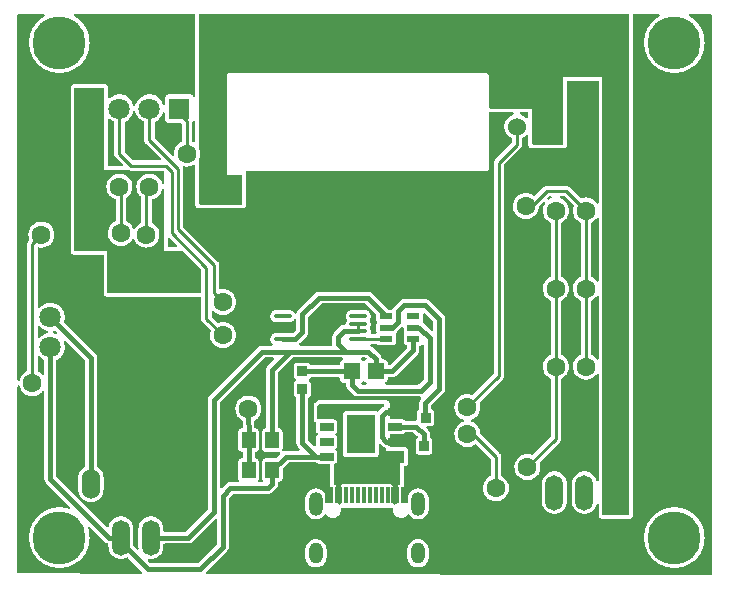
<source format=gbl>
G04 Layer: BottomLayer*
G04 EasyEDA v6.5.34, 2023-09-27 10:23:30*
G04 87bef9fe7c554d65b7a66a9a83d39501,21748b100a60428d983dd69a996fde11,10*
G04 Gerber Generator version 0.2*
G04 Scale: 100 percent, Rotated: No, Reflected: No *
G04 Dimensions in millimeters *
G04 leading zeros omitted , absolute positions ,4 integer and 5 decimal *
%FSLAX45Y45*%
%MOMM*%

%AMMACRO1*21,1,$1,$2,0,0,$3*%
%ADD10C,0.2540*%
%ADD11C,0.4000*%
%ADD12C,0.4300*%
%ADD13MACRO1,1.377X1.1325X90.0000*%
%ADD14MACRO1,1.35X1.41X-90.0000*%
%ADD15O,1.499997X0.3999992*%
%ADD16MACRO1,0.864X0.8065X-90.0000*%
%ADD17R,0.8640X0.8065*%
%ADD18MACRO1,0.864X0.8065X0.0000*%
%ADD19MACRO1,0.6X1.2X-90.0000*%
%ADD20MACRO1,3.3X2.4X90.0000*%
%ADD21MACRO1,0.532X1.072X90.0000*%
%ADD22MACRO1,0.3X1.3X0.0000*%
%ADD23O,1.524X2.54*%
%ADD24O,1.1999976X1.7999964*%
%ADD25O,1.1999976X1.9999959999999999*%
%ADD26C,1.8000*%
%ADD27C,1.6000*%
%ADD28C,1.5240*%
%ADD29R,1.8000X1.8000*%
%ADD30O,1.499997X2.999994*%
%ADD31C,4.5000*%
%ADD32C,1.2000*%
%ADD33C,0.0176*%

%LPD*%
G36*
X5991402Y2659075D02*
G01*
X5987440Y2660040D01*
X5984189Y2662529D01*
X5980938Y2666238D01*
X5970422Y2675432D01*
X5958840Y2683205D01*
X5946343Y2689352D01*
X5935878Y2692908D01*
X5932373Y2694940D01*
X5929934Y2698191D01*
X5928969Y2702153D01*
X5929630Y2706166D01*
X5931814Y2709570D01*
X5935167Y2711907D01*
X5939129Y2712669D01*
X5991860Y2712669D01*
X5995720Y2711907D01*
X5999022Y2709722D01*
X6001207Y2706420D01*
X6002020Y2702509D01*
X6002020Y2669235D01*
X6001156Y2665222D01*
X5998870Y2661869D01*
X5995416Y2659735D01*
G37*

%LPD*%
G36*
X3171698Y2456078D02*
G01*
X3167735Y2457246D01*
X3160166Y2461158D01*
X3157270Y2463444D01*
X3155391Y2466543D01*
X3154730Y2470200D01*
X3154730Y2622905D01*
X3155696Y2627223D01*
X3158439Y2630728D01*
X3159556Y2631643D01*
X3166364Y2639923D01*
X3170428Y2641752D01*
X3174898Y2641650D01*
X3178860Y2639618D01*
X3181604Y2636113D01*
X3182620Y2631795D01*
X3182620Y2466238D01*
X3181756Y2462174D01*
X3179368Y2458821D01*
X3175812Y2456637D01*
G37*

%LPD*%
G36*
X2991104Y2344724D02*
G01*
X2987192Y2345486D01*
X2983890Y2347722D01*
X2840177Y2491435D01*
X2837992Y2494737D01*
X2837230Y2498598D01*
X2837230Y2624074D01*
X2837891Y2627731D01*
X2839872Y2630932D01*
X2842818Y2633167D01*
X2854248Y2638856D01*
X2866593Y2647035D01*
X2877870Y2656687D01*
X2887878Y2667660D01*
X2896463Y2679750D01*
X2903474Y2692857D01*
X2907842Y2704185D01*
X2910027Y2707589D01*
X2913278Y2709875D01*
X2917190Y2710688D01*
X2921152Y2709976D01*
X2924454Y2707792D01*
X2926689Y2704439D01*
X2927502Y2700528D01*
X2927502Y2653690D01*
X2928112Y2647238D01*
X2929839Y2641549D01*
X2932684Y2636266D01*
X2936443Y2631643D01*
X2941066Y2627884D01*
X2946349Y2625039D01*
X2952038Y2623312D01*
X2958490Y2622702D01*
X3058160Y2622702D01*
X3062020Y2621940D01*
X3065322Y2619705D01*
X3067507Y2616403D01*
X3068320Y2612542D01*
X3068320Y2470251D01*
X3067558Y2466441D01*
X3065424Y2463190D01*
X3062224Y2460955D01*
X3060395Y2460142D01*
X3048304Y2452827D01*
X3037230Y2443988D01*
X3027375Y2433828D01*
X3018891Y2422448D01*
X3011932Y2410155D01*
X3006648Y2396998D01*
X3003042Y2383332D01*
X3001264Y2369261D01*
X3001264Y2354884D01*
X3000451Y2351024D01*
X2998266Y2347722D01*
X2994964Y2345486D01*
G37*

%LPD*%
G36*
X2663698Y2303780D02*
G01*
X2659837Y2304592D01*
X2656535Y2306777D01*
X2586177Y2377135D01*
X2583992Y2380437D01*
X2583230Y2384298D01*
X2583230Y2624074D01*
X2583891Y2627731D01*
X2585872Y2630932D01*
X2588818Y2633167D01*
X2600248Y2638856D01*
X2612593Y2647035D01*
X2623870Y2656687D01*
X2633878Y2667660D01*
X2642463Y2679750D01*
X2649474Y2692857D01*
X2654808Y2706674D01*
X2657094Y2715666D01*
X2658719Y2719222D01*
X2661615Y2721864D01*
X2665272Y2723235D01*
X2669184Y2723083D01*
X2672791Y2721508D01*
X2675483Y2718714D01*
X2681630Y2699664D01*
X2687828Y2686202D01*
X2695651Y2673604D01*
X2704947Y2662021D01*
X2715615Y2651709D01*
X2727452Y2642768D01*
X2740304Y2635351D01*
X2744571Y2633522D01*
X2747873Y2631338D01*
X2750007Y2628036D01*
X2750820Y2624175D01*
X2750820Y2474874D01*
X2751988Y2466594D01*
X2754528Y2459075D01*
X2758389Y2452116D01*
X2763774Y2445613D01*
X2888234Y2321153D01*
X2890469Y2317851D01*
X2891231Y2313940D01*
X2890469Y2310079D01*
X2888234Y2306777D01*
X2884932Y2304592D01*
X2881071Y2303780D01*
G37*

%LPD*%
G36*
X2453640Y2252980D02*
G01*
X2449779Y2253792D01*
X2446477Y2255977D01*
X2444292Y2259279D01*
X2443530Y2263140D01*
X2443530Y2645257D01*
X2444292Y2649118D01*
X2446426Y2652420D01*
X2449728Y2654604D01*
X2453538Y2655417D01*
X2457450Y2654706D01*
X2473452Y2642768D01*
X2486304Y2635351D01*
X2490571Y2633522D01*
X2493873Y2631338D01*
X2496007Y2628036D01*
X2496820Y2624175D01*
X2496820Y2360574D01*
X2497988Y2352294D01*
X2500528Y2344775D01*
X2504389Y2337816D01*
X2509774Y2331313D01*
X2570734Y2270353D01*
X2572969Y2267051D01*
X2573731Y2263140D01*
X2572969Y2259279D01*
X2570734Y2255977D01*
X2567432Y2253792D01*
X2563571Y2252980D01*
G37*

%LPD*%
G36*
X6174181Y1972310D02*
G01*
X6169964Y1972513D01*
X6166205Y1974443D01*
X6163564Y1977694D01*
X6162446Y1981809D01*
X6163106Y1985975D01*
X6165392Y1989531D01*
X6174435Y1998522D01*
X6177737Y2000707D01*
X6181598Y2001469D01*
X6189929Y2001469D01*
X6193739Y2000757D01*
X6196990Y1998624D01*
X6199225Y1995424D01*
X6200089Y1991664D01*
X6199479Y1987804D01*
X6197447Y1984502D01*
X6194348Y1982165D01*
X6181496Y1975967D01*
X6178143Y1973834D01*
G37*

%LPD*%
G36*
X2961640Y1567180D02*
G01*
X2957779Y1567992D01*
X2954477Y1570177D01*
X2952292Y1573479D01*
X2951530Y1577340D01*
X2951530Y1636471D01*
X2952292Y1640332D01*
X2954477Y1643634D01*
X2957779Y1645869D01*
X2961640Y1646631D01*
X2965551Y1645869D01*
X2968853Y1643634D01*
X3027934Y1584553D01*
X3030169Y1581251D01*
X3030931Y1577340D01*
X3030169Y1573479D01*
X3027934Y1570177D01*
X3024632Y1567992D01*
X3020771Y1567180D01*
G37*

%LPD*%
G36*
X6587540Y1277721D02*
G01*
X6583527Y1279093D01*
X6580378Y1281988D01*
X6576059Y1288186D01*
X6566560Y1298702D01*
X6555790Y1307846D01*
X6543903Y1315567D01*
X6538671Y1318107D01*
X6535623Y1320342D01*
X6533591Y1323543D01*
X6532930Y1327251D01*
X6532930Y1771599D01*
X6533540Y1775104D01*
X6535318Y1778152D01*
X6538061Y1780438D01*
X6549948Y1787143D01*
X6561328Y1795576D01*
X6571488Y1805432D01*
X6580784Y1817116D01*
X6583984Y1819757D01*
X6587947Y1820925D01*
X6592062Y1820367D01*
X6595618Y1818233D01*
X6598056Y1814880D01*
X6598920Y1810816D01*
X6598920Y1287830D01*
X6598005Y1283665D01*
X6595465Y1280210D01*
X6591757Y1278128D01*
G37*

%LPD*%
G36*
X2448560Y1181100D02*
G01*
X2444648Y1181862D01*
X2441397Y1184097D01*
X2439162Y1187348D01*
X2438400Y1191260D01*
X2438400Y1535684D01*
X2437384Y1536700D01*
X2169160Y1536700D01*
X2165248Y1537462D01*
X2161997Y1539697D01*
X2159762Y1542948D01*
X2159000Y1546860D01*
X2159000Y2910840D01*
X2159762Y2914751D01*
X2161997Y2918002D01*
X2165248Y2920238D01*
X2169160Y2921000D01*
X2402840Y2921000D01*
X2406751Y2920238D01*
X2410002Y2918002D01*
X2412238Y2914751D01*
X2413000Y2910840D01*
X2413000Y2223516D01*
X2414016Y2222500D01*
X2619298Y2222500D01*
X2623820Y2221433D01*
X2626004Y2220366D01*
X2633675Y2218182D01*
X2642057Y2217369D01*
X2910840Y2217369D01*
X2914751Y2216607D01*
X2918002Y2214422D01*
X2920238Y2211120D01*
X2921000Y2207209D01*
X2921000Y2112365D01*
X2920187Y2108301D01*
X2917799Y2104948D01*
X2914294Y2102815D01*
X2910230Y2102205D01*
X2906268Y2103272D01*
X2903067Y2105812D01*
X2901086Y2109470D01*
X2897682Y2120950D01*
X2891942Y2133904D01*
X2884627Y2145995D01*
X2875788Y2157069D01*
X2865628Y2166924D01*
X2854248Y2175408D01*
X2841955Y2182368D01*
X2828798Y2187651D01*
X2815132Y2191258D01*
X2801061Y2193036D01*
X2786938Y2193036D01*
X2772867Y2191258D01*
X2759202Y2187651D01*
X2746044Y2182368D01*
X2733751Y2175408D01*
X2722372Y2166924D01*
X2712212Y2157069D01*
X2703372Y2145995D01*
X2696057Y2133904D01*
X2690317Y2120950D01*
X2686304Y2107387D01*
X2684018Y2093417D01*
X2683560Y2079243D01*
X2684932Y2065172D01*
X2688082Y2051354D01*
X2692958Y2038096D01*
X2699512Y2025548D01*
X2707640Y2013915D01*
X2717139Y2003450D01*
X2721813Y1999437D01*
X2724454Y1995982D01*
X2725420Y1991715D01*
X2725420Y1784553D01*
X2724759Y1781048D01*
X2722981Y1777949D01*
X2720238Y1775714D01*
X2708351Y1769008D01*
X2696972Y1760524D01*
X2686812Y1750669D01*
X2677972Y1739595D01*
X2672435Y1730451D01*
X2669387Y1727301D01*
X2665323Y1725675D01*
X2660904Y1725980D01*
X2657043Y1728063D01*
X2654452Y1731619D01*
X2650642Y1740204D01*
X2643327Y1752295D01*
X2634488Y1763369D01*
X2624328Y1773224D01*
X2612948Y1781708D01*
X2601061Y1788414D01*
X2598318Y1790649D01*
X2596540Y1793748D01*
X2595930Y1797253D01*
X2595930Y1982114D01*
X2596438Y1985416D01*
X2598064Y1988362D01*
X2600502Y1990648D01*
X2606090Y1994255D01*
X2616860Y2003450D01*
X2626360Y2013915D01*
X2634488Y2025548D01*
X2641041Y2038096D01*
X2645918Y2051354D01*
X2649067Y2065172D01*
X2650439Y2079243D01*
X2649982Y2093417D01*
X2647696Y2107387D01*
X2643682Y2120950D01*
X2637942Y2133904D01*
X2630627Y2145995D01*
X2621788Y2157069D01*
X2611628Y2166924D01*
X2600248Y2175408D01*
X2587955Y2182368D01*
X2574798Y2187651D01*
X2561132Y2191258D01*
X2547061Y2193036D01*
X2532938Y2193036D01*
X2518867Y2191258D01*
X2505202Y2187651D01*
X2492044Y2182368D01*
X2479751Y2175408D01*
X2468372Y2166924D01*
X2458212Y2157069D01*
X2449372Y2145995D01*
X2442057Y2133904D01*
X2436317Y2120950D01*
X2432304Y2107387D01*
X2430018Y2093417D01*
X2429560Y2079243D01*
X2430932Y2065172D01*
X2434082Y2051354D01*
X2438958Y2038096D01*
X2445512Y2025548D01*
X2453640Y2013915D01*
X2463139Y2003450D01*
X2473909Y1994255D01*
X2485796Y1986534D01*
X2498547Y1980387D01*
X2502560Y1979066D01*
X2506167Y1976932D01*
X2508605Y1973529D01*
X2509520Y1969414D01*
X2509520Y1797253D01*
X2508859Y1793748D01*
X2507081Y1790649D01*
X2504338Y1788414D01*
X2492451Y1781708D01*
X2481072Y1773224D01*
X2470912Y1763369D01*
X2462072Y1752295D01*
X2454757Y1740204D01*
X2449017Y1727250D01*
X2445004Y1713687D01*
X2442718Y1699717D01*
X2442260Y1685543D01*
X2443632Y1671472D01*
X2446782Y1657654D01*
X2451658Y1644396D01*
X2458212Y1631848D01*
X2466340Y1620215D01*
X2475839Y1609750D01*
X2486609Y1600555D01*
X2498496Y1592834D01*
X2511247Y1586687D01*
X2524658Y1582216D01*
X2538577Y1579524D01*
X2552700Y1578610D01*
X2566822Y1579524D01*
X2580741Y1582216D01*
X2594152Y1586687D01*
X2606903Y1592834D01*
X2618790Y1600555D01*
X2629560Y1609750D01*
X2639060Y1620215D01*
X2647188Y1631848D01*
X2648508Y1634337D01*
X2650896Y1637385D01*
X2654300Y1639265D01*
X2658160Y1639773D01*
X2661920Y1638807D01*
X2665018Y1636471D01*
X2674112Y1619148D01*
X2682240Y1607515D01*
X2691739Y1597050D01*
X2702509Y1587855D01*
X2714396Y1580134D01*
X2727147Y1573987D01*
X2740558Y1569516D01*
X2754477Y1566824D01*
X2768600Y1565910D01*
X2782722Y1566824D01*
X2796641Y1569516D01*
X2810052Y1573987D01*
X2822803Y1580134D01*
X2834690Y1587855D01*
X2845460Y1597050D01*
X2854960Y1607515D01*
X2863088Y1619148D01*
X2869641Y1631696D01*
X2874518Y1644954D01*
X2877667Y1658772D01*
X2879039Y1672843D01*
X2878582Y1687017D01*
X2876296Y1700987D01*
X2872282Y1714550D01*
X2866542Y1727504D01*
X2859227Y1739595D01*
X2850388Y1750669D01*
X2840228Y1760524D01*
X2828848Y1769008D01*
X2816961Y1775714D01*
X2814218Y1777949D01*
X2812440Y1781048D01*
X2811830Y1784553D01*
X2811830Y1965553D01*
X2812389Y1969007D01*
X2814116Y1972005D01*
X2816758Y1974291D01*
X2835452Y1980387D01*
X2848203Y1986534D01*
X2860090Y1994255D01*
X2870860Y2003450D01*
X2880360Y2013915D01*
X2888488Y2025548D01*
X2895041Y2038096D01*
X2899918Y2051354D01*
X2900934Y2055825D01*
X2902712Y2059635D01*
X2905861Y2062429D01*
X2909874Y2063648D01*
X2914040Y2063191D01*
X2917647Y2061057D01*
X2920136Y2057654D01*
X2921000Y2053539D01*
X2921000Y1537716D01*
X2922016Y1536700D01*
X3071571Y1536700D01*
X3075482Y1535938D01*
X3078784Y1533702D01*
X3230422Y1382064D01*
X3232607Y1378762D01*
X3233420Y1374902D01*
X3233420Y1191260D01*
X3232607Y1187348D01*
X3230422Y1184097D01*
X3227120Y1181862D01*
X3223260Y1181100D01*
G37*

%LPD*%
G36*
X5184444Y860196D02*
G01*
X5180533Y860958D01*
X5177231Y863193D01*
X5115864Y924560D01*
X5112156Y927963D01*
X5109718Y931113D01*
X5108295Y934415D01*
X5108143Y938021D01*
X5109260Y941476D01*
X5111546Y945743D01*
X5113274Y951484D01*
X5113883Y957884D01*
X5113883Y1000455D01*
X5114696Y1004316D01*
X5116880Y1007618D01*
X5120182Y1009802D01*
X5124043Y1010615D01*
X5127955Y1009802D01*
X5131257Y1007618D01*
X5191607Y947267D01*
X5193842Y943965D01*
X5194604Y940053D01*
X5194604Y870356D01*
X5193842Y866495D01*
X5191607Y863193D01*
X5188305Y860958D01*
G37*

%LPD*%
G36*
X2001824Y835863D02*
G01*
X1997964Y836625D01*
X1995830Y837539D01*
X1983232Y841146D01*
X1979371Y843178D01*
X1976780Y846632D01*
X1975866Y850900D01*
X1976780Y855167D01*
X1979371Y858621D01*
X1983232Y860653D01*
X1991766Y863092D01*
X1995373Y863447D01*
X1998827Y862584D01*
X2001774Y860501D01*
X2009089Y853186D01*
X2011273Y849884D01*
X2012035Y845972D01*
X2011273Y842111D01*
X2009038Y838809D01*
X2005736Y836574D01*
G37*

%LPD*%
G36*
X1857095Y798677D02*
G01*
X1853082Y799388D01*
X1849678Y801573D01*
X1847392Y804875D01*
X1846630Y808837D01*
X1846630Y892962D01*
X1847392Y896924D01*
X1849678Y900226D01*
X1853082Y902411D01*
X1857095Y903122D01*
X1861007Y902157D01*
X1864258Y899820D01*
X1871929Y891387D01*
X1883206Y881735D01*
X1895551Y873556D01*
X1908860Y866952D01*
X1922830Y862025D01*
X1928266Y860806D01*
X1931822Y859282D01*
X1934565Y856487D01*
X1936038Y852830D01*
X1936038Y848969D01*
X1934565Y845312D01*
X1931822Y842518D01*
X1928266Y840994D01*
X1922830Y839774D01*
X1908860Y834847D01*
X1895551Y828243D01*
X1883206Y820064D01*
X1871929Y810412D01*
X1864258Y801979D01*
X1861007Y799642D01*
G37*

%LPD*%
G36*
X4070553Y736295D02*
G01*
X4066590Y737108D01*
X4063288Y739394D01*
X4061104Y742797D01*
X4060393Y746760D01*
X4061307Y750671D01*
X4063695Y753973D01*
X4065828Y755904D01*
X4124960Y815035D01*
X4128058Y818438D01*
X4130751Y821944D01*
X4133138Y825652D01*
X4135170Y829564D01*
X4136847Y833628D01*
X4138168Y837844D01*
X4139133Y842111D01*
X4139692Y846480D01*
X4139895Y851103D01*
X4139895Y978153D01*
X4140657Y982065D01*
X4142892Y985367D01*
X4247032Y1089507D01*
X4250334Y1091742D01*
X4254246Y1092504D01*
X4615840Y1092504D01*
X4619752Y1091742D01*
X4623054Y1089507D01*
X4712919Y999642D01*
X4715103Y996340D01*
X4715916Y992479D01*
X4715916Y957884D01*
X4716526Y951484D01*
X4718253Y945743D01*
X4720640Y941273D01*
X4721707Y938174D01*
X4721707Y934821D01*
X4720640Y931722D01*
X4718253Y927252D01*
X4716526Y921562D01*
X4715916Y915111D01*
X4715916Y862888D01*
X4716526Y856437D01*
X4718405Y850341D01*
X4718812Y846582D01*
X4717796Y842924D01*
X4715560Y839927D01*
X4712360Y837895D01*
X4708652Y837184D01*
X4676698Y837184D01*
X4672634Y838047D01*
X4669231Y840486D01*
X4667097Y844092D01*
X4666589Y848258D01*
X4667300Y856487D01*
X4666538Y865276D01*
X4664252Y873760D01*
X4660544Y881735D01*
X4659528Y883158D01*
X4657902Y886968D01*
X4657902Y891032D01*
X4659528Y894842D01*
X4660544Y896264D01*
X4664252Y904240D01*
X4666538Y912723D01*
X4667300Y921512D01*
X4666538Y930300D01*
X4664252Y938784D01*
X4660544Y946759D01*
X4659528Y948182D01*
X4657902Y951992D01*
X4657902Y956056D01*
X4659528Y959866D01*
X4660544Y961288D01*
X4664252Y969264D01*
X4666538Y977747D01*
X4667300Y986536D01*
X4666538Y995324D01*
X4664252Y1003808D01*
X4660544Y1011783D01*
X4655515Y1018997D01*
X4649266Y1025194D01*
X4642053Y1030224D01*
X4634077Y1033983D01*
X4625594Y1036218D01*
X4616399Y1037031D01*
X4507280Y1037031D01*
X4498086Y1036218D01*
X4489602Y1033983D01*
X4481626Y1030224D01*
X4474413Y1025194D01*
X4468164Y1018997D01*
X4463135Y1011783D01*
X4459427Y1003808D01*
X4457141Y995324D01*
X4456379Y986536D01*
X4457141Y977747D01*
X4459427Y969264D01*
X4463135Y961288D01*
X4464151Y959866D01*
X4465777Y956056D01*
X4465777Y951992D01*
X4464151Y948182D01*
X4463135Y946759D01*
X4459427Y938784D01*
X4457141Y930300D01*
X4456531Y923391D01*
X4455566Y919835D01*
X4453432Y916889D01*
X4450334Y914908D01*
X4446778Y914095D01*
X4440529Y913892D01*
X4436211Y913333D01*
X4431944Y912368D01*
X4427728Y911047D01*
X4423664Y909370D01*
X4419752Y907338D01*
X4416044Y904951D01*
X4412538Y902258D01*
X4409135Y899160D01*
X4358640Y848664D01*
X4355541Y845261D01*
X4352848Y841756D01*
X4350461Y838047D01*
X4348429Y834136D01*
X4346752Y830071D01*
X4345432Y825855D01*
X4344466Y821588D01*
X4343908Y817219D01*
X4343704Y812596D01*
X4343704Y749706D01*
X4343908Y747268D01*
X4343349Y743153D01*
X4341215Y739597D01*
X4337862Y737158D01*
X4333748Y736295D01*
G37*

%LPD*%
G36*
X6587540Y617321D02*
G01*
X6583527Y618693D01*
X6580378Y621588D01*
X6576059Y627786D01*
X6566560Y638302D01*
X6555790Y647446D01*
X6543903Y655167D01*
X6538671Y657707D01*
X6535623Y659942D01*
X6533591Y663143D01*
X6532930Y666851D01*
X6532930Y1111199D01*
X6533540Y1114704D01*
X6535318Y1117752D01*
X6538061Y1120038D01*
X6549948Y1126744D01*
X6561328Y1135176D01*
X6571488Y1145032D01*
X6580784Y1156716D01*
X6583984Y1159357D01*
X6587947Y1160526D01*
X6592062Y1159967D01*
X6595618Y1157833D01*
X6598056Y1154480D01*
X6598920Y1150416D01*
X6598920Y627430D01*
X6598005Y623265D01*
X6595465Y619810D01*
X6591757Y617728D01*
G37*

%LPD*%
G36*
X4610100Y605891D02*
G01*
X4605731Y606856D01*
X4597501Y613511D01*
X4592574Y616153D01*
X4589170Y619099D01*
X4587392Y623163D01*
X4587494Y627583D01*
X4589475Y631596D01*
X4592980Y634339D01*
X4597349Y635304D01*
X4622850Y635304D01*
X4627219Y634339D01*
X4630724Y631596D01*
X4632706Y627583D01*
X4632807Y623163D01*
X4631029Y619099D01*
X4627626Y616153D01*
X4622698Y613511D01*
X4614468Y606856D01*
G37*

%LPD*%
G36*
X4821275Y571195D02*
G01*
X4817364Y571957D01*
X4814062Y574192D01*
X4811877Y577494D01*
X4811115Y581355D01*
X4811115Y587705D01*
X4810455Y594156D01*
X4808728Y599846D01*
X4805934Y605129D01*
X4802124Y609752D01*
X4797501Y613511D01*
X4792268Y616356D01*
X4786528Y618083D01*
X4780127Y618693D01*
X4770628Y618693D01*
X4767021Y619353D01*
X4763871Y621233D01*
X4761636Y624128D01*
X4760518Y627583D01*
X4759909Y632612D01*
X4758944Y636879D01*
X4757623Y641096D01*
X4755946Y645160D01*
X4753914Y649071D01*
X4751527Y652780D01*
X4748834Y656285D01*
X4745736Y659688D01*
X4684064Y721360D01*
X4680661Y724458D01*
X4677156Y727151D01*
X4673447Y729538D01*
X4669434Y731621D01*
X4666030Y734517D01*
X4664151Y738581D01*
X4664252Y743051D01*
X4666234Y747064D01*
X4669739Y749808D01*
X4674108Y750773D01*
X4716018Y750773D01*
X4720336Y749808D01*
X4723841Y747064D01*
X4724857Y745845D01*
X4729480Y742086D01*
X4734763Y739241D01*
X4740452Y737514D01*
X4746904Y736904D01*
X4853127Y736904D01*
X4859528Y737514D01*
X4865268Y739241D01*
X4870500Y742086D01*
X4875123Y745845D01*
X4878933Y750468D01*
X4881727Y755751D01*
X4883454Y761441D01*
X4884115Y767892D01*
X4884115Y820115D01*
X4883454Y826516D01*
X4881727Y832256D01*
X4879543Y836371D01*
X4878425Y839825D01*
X4878578Y843483D01*
X4880051Y846785D01*
X4887264Y853440D01*
X4928362Y894537D01*
X4931664Y896721D01*
X4935524Y897483D01*
X4939436Y896721D01*
X4942738Y894537D01*
X4944922Y891235D01*
X4945684Y887323D01*
X4945684Y862888D01*
X4946345Y856437D01*
X4948072Y850747D01*
X4950460Y846277D01*
X4951526Y843178D01*
X4951526Y839825D01*
X4950460Y836726D01*
X4948072Y832256D01*
X4946345Y826516D01*
X4945684Y820115D01*
X4945684Y767892D01*
X4946345Y761441D01*
X4948072Y755751D01*
X4950866Y750468D01*
X4954676Y745845D01*
X4959299Y742086D01*
X4964480Y739292D01*
X4971542Y737209D01*
X4975352Y735126D01*
X4977942Y731672D01*
X4978857Y727405D01*
X4978806Y723696D01*
X4978044Y719836D01*
X4975860Y716584D01*
X4833467Y574192D01*
X4830165Y571957D01*
X4826254Y571195D01*
G37*

%LPD*%
G36*
X1894586Y486968D02*
G01*
X1890623Y487984D01*
X1887423Y490524D01*
X1882749Y495960D01*
X1872284Y505459D01*
X1860651Y513588D01*
X1852066Y518058D01*
X1849170Y520344D01*
X1847291Y523443D01*
X1846630Y527100D01*
X1846630Y638962D01*
X1847392Y642924D01*
X1849678Y646226D01*
X1853082Y648411D01*
X1857095Y649122D01*
X1861007Y648157D01*
X1864258Y645820D01*
X1871929Y637387D01*
X1883206Y627735D01*
X1895551Y619556D01*
X1899666Y617524D01*
X1902663Y615238D01*
X1904593Y612089D01*
X1905304Y608431D01*
X1905304Y497128D01*
X1904492Y493115D01*
X1902104Y489712D01*
X1898650Y487578D01*
G37*

%LPD*%
G36*
X4597349Y406095D02*
G01*
X4592980Y407060D01*
X4589475Y409803D01*
X4587494Y413816D01*
X4587392Y418236D01*
X4589170Y422300D01*
X4592574Y425246D01*
X4597501Y427888D01*
X4605731Y434543D01*
X4610100Y435508D01*
X4614468Y434543D01*
X4622698Y427888D01*
X4627626Y425246D01*
X4631029Y422300D01*
X4632807Y418236D01*
X4632706Y413816D01*
X4630724Y409803D01*
X4627219Y407060D01*
X4622850Y406095D01*
G37*

%LPD*%
G36*
X4797348Y406095D02*
G01*
X4793030Y407060D01*
X4789525Y409803D01*
X4787493Y413816D01*
X4787392Y418236D01*
X4789170Y422300D01*
X4792573Y425246D01*
X4797501Y427888D01*
X4802124Y431647D01*
X4805934Y436270D01*
X4808728Y441553D01*
X4810455Y447243D01*
X4811115Y453694D01*
X4811115Y460044D01*
X4811877Y463905D01*
X4814062Y467207D01*
X4817364Y469442D01*
X4821275Y470204D01*
X4851196Y470204D01*
X4855819Y470408D01*
X4860188Y470966D01*
X4864455Y471932D01*
X4868672Y473252D01*
X4872736Y474929D01*
X4876647Y476961D01*
X4880356Y479348D01*
X4883861Y482041D01*
X4887264Y485140D01*
X5064760Y662635D01*
X5067706Y665835D01*
X5070602Y669544D01*
X5072786Y672998D01*
X5074970Y677164D01*
X5076545Y680974D01*
X5077968Y685444D01*
X5078882Y689457D01*
X5079492Y694131D01*
X5079695Y698449D01*
X5079847Y727456D01*
X5080558Y731062D01*
X5082489Y734212D01*
X5085486Y736447D01*
X5095036Y739241D01*
X5100320Y742086D01*
X5101793Y743305D01*
X5105146Y745083D01*
X5108905Y745540D01*
X5112562Y744626D01*
X5115661Y742391D01*
X5117693Y739140D01*
X5118404Y735431D01*
X5118404Y456946D01*
X5117642Y453034D01*
X5115407Y449732D01*
X5074767Y409092D01*
X5071465Y406857D01*
X5067554Y406095D01*
G37*

%LPD*%
G36*
X4193590Y-117144D02*
G01*
X4189526Y-116433D01*
X4186123Y-114147D01*
X4142892Y-70967D01*
X4140657Y-67665D01*
X4139895Y-63754D01*
X4139895Y292303D01*
X4140555Y295859D01*
X4142435Y299008D01*
X4145279Y301244D01*
X4149496Y303530D01*
X4154119Y307340D01*
X4157929Y311912D01*
X4160723Y317195D01*
X4162450Y322935D01*
X4163110Y329336D01*
X4163110Y408990D01*
X4162450Y415442D01*
X4160723Y421132D01*
X4157929Y426415D01*
X4154119Y431038D01*
X4149496Y434848D01*
X4148175Y435559D01*
X4144873Y438353D01*
X4143044Y442315D01*
X4143044Y446684D01*
X4144873Y450646D01*
X4148175Y453440D01*
X4149496Y454151D01*
X4154119Y457962D01*
X4160265Y465531D01*
X4163364Y467410D01*
X4166920Y468071D01*
X4398924Y468477D01*
X4402785Y467715D01*
X4406087Y465531D01*
X4408322Y462229D01*
X4409084Y458317D01*
X4409084Y453694D01*
X4409744Y447243D01*
X4411472Y441553D01*
X4414266Y436270D01*
X4418076Y431647D01*
X4422698Y427888D01*
X4427931Y425043D01*
X4433671Y423316D01*
X4440072Y422706D01*
X4447895Y422706D01*
X4451807Y421893D01*
X4455160Y419658D01*
X4457344Y416306D01*
X4458055Y412394D01*
X4458208Y401929D01*
X4458665Y398373D01*
X4459732Y393242D01*
X4460798Y389839D01*
X4462780Y385013D01*
X4464405Y381812D01*
X4467199Y377393D01*
X4469333Y374497D01*
X4472990Y370484D01*
X4523435Y320040D01*
X4526838Y316941D01*
X4530344Y314248D01*
X4534052Y311861D01*
X4537964Y309829D01*
X4542028Y308152D01*
X4546244Y306832D01*
X4550511Y305866D01*
X4554880Y305308D01*
X4559503Y305104D01*
X5086096Y305104D01*
X5089855Y304393D01*
X5093055Y302361D01*
X5095290Y299313D01*
X5096256Y295605D01*
X5095798Y291846D01*
X5093970Y288493D01*
X5089347Y282854D01*
X5086908Y278942D01*
X5085029Y275386D01*
X5083251Y270967D01*
X5082032Y267106D01*
X5081016Y262432D01*
X5080508Y258419D01*
X5080304Y253441D01*
X5080609Y204978D01*
X5079949Y201371D01*
X5078069Y198221D01*
X5074412Y195529D01*
X5069840Y191719D01*
X5066030Y187096D01*
X5063236Y181864D01*
X5061458Y176123D01*
X5060848Y169722D01*
X5060848Y111455D01*
X5060086Y107594D01*
X5057851Y104292D01*
X5054600Y102057D01*
X5050688Y101295D01*
X4961940Y101295D01*
X4958537Y101904D01*
X4955489Y103632D01*
X4952441Y106121D01*
X4947208Y108915D01*
X4941468Y110693D01*
X4935016Y111302D01*
X4841290Y111302D01*
X4837379Y112064D01*
X4834077Y114300D01*
X4831892Y117602D01*
X4831130Y121462D01*
X4831130Y241046D01*
X4830419Y247650D01*
X4828438Y253695D01*
X4825288Y259232D01*
X4821021Y263956D01*
X4815840Y267716D01*
X4809998Y270306D01*
X4803800Y271627D01*
X4800346Y271780D01*
X4229506Y271780D01*
X4224477Y271424D01*
X4218178Y269748D01*
X4212539Y266852D01*
X4207154Y262483D01*
X4195114Y250444D01*
X4191812Y246634D01*
X4188561Y240995D01*
X4186631Y234950D01*
X4185920Y228092D01*
X4185920Y114554D01*
X4186580Y107950D01*
X4188561Y101904D01*
X4191711Y96367D01*
X4196029Y91643D01*
X4199636Y88646D01*
X4202379Y85140D01*
X4203344Y80822D01*
X4203344Y21285D01*
X4204004Y14833D01*
X4205732Y9144D01*
X4208526Y3860D01*
X4212336Y-711D01*
X4217365Y-4826D01*
X4220057Y-8331D01*
X4221073Y-12700D01*
X4220057Y-17068D01*
X4217365Y-20574D01*
X4212336Y-24688D01*
X4208526Y-29260D01*
X4205732Y-34544D01*
X4204004Y-40233D01*
X4203344Y-46685D01*
X4203344Y-105714D01*
X4202938Y-110083D01*
X4200906Y-113690D01*
X4197604Y-116179D01*
G37*

%LPD*%
G36*
X3927348Y-155854D02*
G01*
X3923233Y-154381D01*
X3920134Y-151282D01*
X3918610Y-147218D01*
X3918915Y-142849D01*
X3920286Y-138277D01*
X3920947Y-131876D01*
X3920947Y4826D01*
X3920286Y11277D01*
X3918559Y17018D01*
X3915765Y22250D01*
X3911955Y26873D01*
X3907332Y30683D01*
X3902100Y33477D01*
X3896360Y35204D01*
X3893464Y35509D01*
X3889908Y36525D01*
X3886962Y38811D01*
X3884980Y41960D01*
X3884320Y45618D01*
X3884320Y507949D01*
X3885082Y511809D01*
X3887266Y515112D01*
X4004462Y632307D01*
X4007764Y634542D01*
X4011676Y635304D01*
X4422851Y635304D01*
X4427169Y634339D01*
X4430725Y631596D01*
X4432706Y627583D01*
X4432808Y623163D01*
X4431030Y619099D01*
X4427626Y616153D01*
X4422698Y613511D01*
X4418076Y609752D01*
X4414266Y605129D01*
X4411472Y599846D01*
X4409744Y594156D01*
X4409084Y587705D01*
X4409084Y582676D01*
X4408322Y578764D01*
X4406138Y575462D01*
X4402836Y573278D01*
X4398975Y572516D01*
X4166717Y572058D01*
X4163720Y572516D01*
X4160977Y573836D01*
X4158742Y575919D01*
X4154068Y581710D01*
X4149496Y585470D01*
X4144264Y588264D01*
X4138523Y590042D01*
X4132122Y590651D01*
X4046677Y590651D01*
X4040276Y590042D01*
X4034536Y588264D01*
X4029303Y585470D01*
X4024680Y581660D01*
X4020870Y577088D01*
X4018076Y571804D01*
X4016349Y566064D01*
X4015689Y559663D01*
X4015689Y480009D01*
X4016349Y473557D01*
X4018076Y467868D01*
X4020870Y462584D01*
X4024680Y457962D01*
X4029303Y454151D01*
X4030624Y453440D01*
X4033926Y450646D01*
X4035755Y446684D01*
X4035755Y442315D01*
X4033926Y438353D01*
X4030624Y435559D01*
X4029303Y434848D01*
X4024680Y431038D01*
X4020870Y426415D01*
X4018076Y421132D01*
X4016349Y415442D01*
X4015689Y408990D01*
X4015689Y329336D01*
X4016349Y322935D01*
X4018076Y317195D01*
X4020870Y311912D01*
X4024680Y307340D01*
X4029303Y303530D01*
X4033520Y301244D01*
X4036364Y299008D01*
X4038244Y295859D01*
X4038904Y292303D01*
X4038904Y-88696D01*
X4039108Y-93319D01*
X4039666Y-97688D01*
X4040632Y-101955D01*
X4041952Y-106172D01*
X4043629Y-110235D01*
X4045661Y-114147D01*
X4048048Y-117856D01*
X4050741Y-121361D01*
X4053840Y-124764D01*
X4064406Y-135331D01*
X4066641Y-138633D01*
X4067403Y-142544D01*
X4066641Y-146405D01*
X4064406Y-149707D01*
X4061104Y-151942D01*
X4057243Y-152704D01*
X3948328Y-152704D01*
X3943705Y-152908D01*
X3939336Y-153466D01*
X3935018Y-154432D01*
X3931716Y-155498D01*
G37*

%LPD*%
G36*
X3400755Y-473303D02*
G01*
X3396894Y-472541D01*
X3393592Y-470306D01*
X3391357Y-467004D01*
X3390595Y-463143D01*
X3390595Y254254D01*
X3391357Y258165D01*
X3393592Y261467D01*
X3764432Y632307D01*
X3767734Y634542D01*
X3771646Y635304D01*
X3840073Y635304D01*
X3843985Y634542D01*
X3847287Y632307D01*
X3849471Y629005D01*
X3850233Y625144D01*
X3849471Y621233D01*
X3847287Y617931D01*
X3798265Y568909D01*
X3795115Y565505D01*
X3792423Y562000D01*
X3790086Y558292D01*
X3788054Y554380D01*
X3786327Y550316D01*
X3785006Y546150D01*
X3784092Y541832D01*
X3783482Y537464D01*
X3783279Y532841D01*
X3783279Y45618D01*
X3782618Y41960D01*
X3780637Y38811D01*
X3777691Y36525D01*
X3774135Y35509D01*
X3771239Y35204D01*
X3765499Y33477D01*
X3760266Y30683D01*
X3755644Y26873D01*
X3751834Y22250D01*
X3749040Y17018D01*
X3747312Y11277D01*
X3746652Y4826D01*
X3746652Y-131876D01*
X3747312Y-138277D01*
X3749040Y-144018D01*
X3751834Y-149250D01*
X3755644Y-153873D01*
X3760266Y-157683D01*
X3765499Y-160477D01*
X3771239Y-162204D01*
X3777691Y-162864D01*
X3889908Y-162864D01*
X3891737Y-162661D01*
X3895801Y-163118D01*
X3899408Y-165150D01*
X3901897Y-168452D01*
X3902862Y-172466D01*
X3902151Y-176530D01*
X3899915Y-179984D01*
X3864711Y-215188D01*
X3861409Y-217373D01*
X3857498Y-218135D01*
X3777691Y-218135D01*
X3771239Y-218795D01*
X3765499Y-220522D01*
X3760266Y-223316D01*
X3755644Y-227126D01*
X3751834Y-231749D01*
X3749040Y-236982D01*
X3747312Y-242722D01*
X3746652Y-249174D01*
X3746652Y-385876D01*
X3747312Y-392277D01*
X3749040Y-397967D01*
X3752545Y-404368D01*
X3753713Y-408381D01*
X3753205Y-412496D01*
X3751072Y-416102D01*
X3747668Y-418541D01*
X3743604Y-419404D01*
X3723995Y-419404D01*
X3719931Y-418541D01*
X3716528Y-416102D01*
X3714394Y-412496D01*
X3713886Y-408381D01*
X3715054Y-404368D01*
X3718560Y-397967D01*
X3720287Y-392277D01*
X3720947Y-385876D01*
X3720947Y-249174D01*
X3720287Y-242722D01*
X3718560Y-236982D01*
X3715765Y-231749D01*
X3711956Y-227126D01*
X3707333Y-223316D01*
X3702100Y-220522D01*
X3696360Y-218795D01*
X3693464Y-218490D01*
X3689908Y-217474D01*
X3686962Y-215188D01*
X3684981Y-212039D01*
X3684320Y-208381D01*
X3684320Y-172618D01*
X3684981Y-168960D01*
X3686962Y-165811D01*
X3689908Y-163525D01*
X3693464Y-162509D01*
X3696360Y-162204D01*
X3702100Y-160477D01*
X3707333Y-157683D01*
X3711956Y-153873D01*
X3715765Y-149250D01*
X3718560Y-144018D01*
X3720287Y-138277D01*
X3720947Y-131876D01*
X3720947Y4826D01*
X3720287Y11277D01*
X3718560Y17018D01*
X3715765Y22250D01*
X3711956Y26873D01*
X3707333Y30683D01*
X3702100Y33477D01*
X3696360Y35204D01*
X3692753Y35560D01*
X3689197Y36626D01*
X3686251Y38862D01*
X3684320Y42011D01*
X3683609Y45618D01*
X3683304Y99263D01*
X3683965Y102920D01*
X3685844Y106070D01*
X3701084Y116839D01*
X3711549Y126339D01*
X3720744Y137109D01*
X3728465Y148996D01*
X3734612Y161747D01*
X3739083Y175158D01*
X3741775Y189077D01*
X3742690Y203200D01*
X3741775Y217322D01*
X3739083Y231241D01*
X3734612Y244652D01*
X3728465Y257403D01*
X3720744Y269290D01*
X3711549Y280060D01*
X3701084Y289560D01*
X3689451Y297688D01*
X3676904Y304241D01*
X3663645Y309118D01*
X3649827Y312267D01*
X3635756Y313639D01*
X3621582Y313182D01*
X3607612Y310896D01*
X3594049Y306882D01*
X3581095Y301142D01*
X3569004Y293827D01*
X3557930Y284988D01*
X3548075Y274828D01*
X3539591Y263448D01*
X3532632Y251155D01*
X3527348Y237998D01*
X3523742Y224332D01*
X3521964Y210261D01*
X3521964Y196138D01*
X3523742Y182067D01*
X3527348Y168402D01*
X3532632Y155244D01*
X3539591Y142951D01*
X3548075Y131572D01*
X3557930Y121412D01*
X3569004Y112572D01*
X3577386Y107492D01*
X3579977Y105257D01*
X3581704Y102260D01*
X3582314Y98856D01*
X3582619Y45618D01*
X3581908Y41910D01*
X3579977Y38760D01*
X3577031Y36474D01*
X3573424Y35458D01*
X3571240Y35204D01*
X3565499Y33477D01*
X3560267Y30683D01*
X3555644Y26873D01*
X3551834Y22250D01*
X3549040Y17018D01*
X3547313Y11277D01*
X3546652Y4826D01*
X3546652Y-131876D01*
X3547313Y-138277D01*
X3549040Y-144018D01*
X3551834Y-149250D01*
X3555644Y-153873D01*
X3560267Y-157683D01*
X3565499Y-160477D01*
X3571240Y-162204D01*
X3574135Y-162509D01*
X3577691Y-163525D01*
X3580637Y-165811D01*
X3582619Y-168960D01*
X3583279Y-172618D01*
X3583279Y-208381D01*
X3582619Y-212039D01*
X3580637Y-215188D01*
X3577691Y-217474D01*
X3574135Y-218490D01*
X3571240Y-218795D01*
X3565499Y-220522D01*
X3560267Y-223316D01*
X3555644Y-227126D01*
X3551834Y-231749D01*
X3549040Y-236982D01*
X3547313Y-242722D01*
X3546652Y-249174D01*
X3546652Y-385876D01*
X3547313Y-392277D01*
X3549040Y-397967D01*
X3552494Y-404368D01*
X3553714Y-408381D01*
X3553206Y-412496D01*
X3551072Y-416102D01*
X3547668Y-418541D01*
X3543604Y-419404D01*
X3480003Y-419404D01*
X3475380Y-419608D01*
X3471011Y-420166D01*
X3466744Y-421132D01*
X3462528Y-422452D01*
X3458464Y-424129D01*
X3454552Y-426161D01*
X3450844Y-428548D01*
X3447338Y-431241D01*
X3443935Y-434340D01*
X3407968Y-470306D01*
X3404666Y-472541D01*
G37*

%LPD*%
G36*
X4401159Y-609600D02*
G01*
X4396994Y-608685D01*
X4384141Y-598170D01*
X4381093Y-596442D01*
X4378401Y-594156D01*
X4376623Y-591108D01*
X4376013Y-587654D01*
X4376013Y-462788D01*
X4375404Y-456336D01*
X4373626Y-450596D01*
X4370832Y-445363D01*
X4367022Y-440740D01*
X4358640Y-434187D01*
X4356760Y-431038D01*
X4356100Y-427482D01*
X4356100Y-271729D01*
X4357014Y-267563D01*
X4359554Y-264109D01*
X4363313Y-262026D01*
X4365548Y-261315D01*
X4370781Y-258521D01*
X4375404Y-254711D01*
X4379214Y-250139D01*
X4382008Y-244856D01*
X4383735Y-239166D01*
X4384395Y-232714D01*
X4384395Y-173685D01*
X4383735Y-167233D01*
X4382008Y-161544D01*
X4379214Y-156260D01*
X4375404Y-151688D01*
X4370374Y-147574D01*
X4367682Y-144068D01*
X4366666Y-139700D01*
X4367682Y-135331D01*
X4370374Y-131826D01*
X4375404Y-127711D01*
X4379214Y-123139D01*
X4382008Y-117856D01*
X4383735Y-112166D01*
X4384395Y-105714D01*
X4384395Y-46685D01*
X4383735Y-40233D01*
X4382008Y-34544D01*
X4379214Y-29260D01*
X4375404Y-24688D01*
X4370374Y-20574D01*
X4367682Y-17068D01*
X4366666Y-12700D01*
X4367682Y-8331D01*
X4370374Y-4826D01*
X4375404Y-711D01*
X4379214Y3860D01*
X4382008Y9144D01*
X4383735Y14833D01*
X4384395Y21285D01*
X4384395Y80314D01*
X4383735Y86766D01*
X4382008Y92456D01*
X4379214Y97739D01*
X4375404Y102311D01*
X4370781Y106121D01*
X4365548Y108915D01*
X4361383Y110185D01*
X4358335Y111709D01*
X4355998Y114147D01*
X4355084Y114300D01*
X4226560Y114300D01*
X4222648Y115062D01*
X4219397Y117297D01*
X4217162Y120548D01*
X4216400Y124460D01*
X4216400Y224383D01*
X4217162Y228295D01*
X4219397Y231597D01*
X4226102Y238302D01*
X4229404Y240538D01*
X4233316Y241300D01*
X4771796Y241300D01*
X4776063Y240385D01*
X4779518Y237744D01*
X4781600Y233883D01*
X4781854Y229514D01*
X4780229Y225450D01*
X4777079Y222453D01*
X4771542Y219100D01*
X4768138Y216458D01*
X4764735Y213360D01*
X4731766Y180390D01*
X4728159Y178054D01*
X4723892Y177444D01*
X4719777Y178612D01*
X4716373Y180441D01*
X4710633Y182168D01*
X4704181Y182829D01*
X4465218Y182829D01*
X4458766Y182168D01*
X4453026Y180441D01*
X4447794Y177647D01*
X4443171Y173837D01*
X4439361Y169214D01*
X4436567Y163931D01*
X4434840Y158242D01*
X4434179Y151790D01*
X4434179Y-177190D01*
X4434840Y-183642D01*
X4436567Y-189331D01*
X4439361Y-194614D01*
X4443171Y-199237D01*
X4447794Y-203047D01*
X4453026Y-205841D01*
X4458766Y-207568D01*
X4465218Y-208229D01*
X4704181Y-208229D01*
X4710633Y-207568D01*
X4716373Y-205841D01*
X4721606Y-203047D01*
X4726228Y-199237D01*
X4730038Y-194614D01*
X4732832Y-189331D01*
X4734560Y-183642D01*
X4735220Y-177190D01*
X4735220Y-106781D01*
X4735982Y-102870D01*
X4738166Y-99568D01*
X4741468Y-97383D01*
X4745380Y-96621D01*
X4749241Y-97383D01*
X4752543Y-99568D01*
X4764735Y-111760D01*
X4768138Y-114858D01*
X4771644Y-117551D01*
X4775352Y-119938D01*
X4779264Y-121970D01*
X4783124Y-123596D01*
X4789728Y-125374D01*
X4793488Y-127304D01*
X4796891Y-130098D01*
X4799634Y-133604D01*
X4800600Y-137972D01*
X4800600Y-151384D01*
X4801616Y-152400D01*
X4942840Y-152400D01*
X4946751Y-153162D01*
X4950002Y-155397D01*
X4952238Y-158648D01*
X4953000Y-162560D01*
X4953000Y-243840D01*
X4952238Y-247751D01*
X4950002Y-251002D01*
X4946751Y-253238D01*
X4942840Y-254000D01*
X4915916Y-254000D01*
X4914900Y-255016D01*
X4914900Y-427482D01*
X4914239Y-431088D01*
X4912360Y-434187D01*
X4903978Y-440740D01*
X4900168Y-445363D01*
X4897374Y-450646D01*
X4895646Y-456336D01*
X4894986Y-462788D01*
X4894986Y-587502D01*
X4894478Y-590753D01*
X4892954Y-593648D01*
X4890617Y-595884D01*
X4882489Y-601472D01*
X4877003Y-606755D01*
X4873752Y-608888D01*
X4869942Y-609600D01*
X4865471Y-609600D01*
X4861356Y-608736D01*
X4857953Y-606247D01*
X4855819Y-602640D01*
X4855362Y-598424D01*
X4856022Y-591769D01*
X4856022Y-462788D01*
X4855362Y-456336D01*
X4853635Y-450646D01*
X4850841Y-445363D01*
X4847031Y-440740D01*
X4842408Y-436981D01*
X4837176Y-434136D01*
X4831435Y-432409D01*
X4824984Y-431800D01*
X4796028Y-431800D01*
X4789576Y-432409D01*
X4785512Y-433171D01*
X4781448Y-432409D01*
X4774996Y-431800D01*
X4745990Y-431800D01*
X4739538Y-432409D01*
X4735525Y-433171D01*
X4731461Y-432409D01*
X4725009Y-431800D01*
X4696002Y-431800D01*
X4689551Y-432409D01*
X4685487Y-433171D01*
X4681423Y-432409D01*
X4674971Y-431800D01*
X4646015Y-431800D01*
X4639564Y-432409D01*
X4635500Y-433171D01*
X4631436Y-432409D01*
X4624984Y-431800D01*
X4596028Y-431800D01*
X4589576Y-432409D01*
X4585512Y-433171D01*
X4581448Y-432409D01*
X4574997Y-431800D01*
X4545990Y-431800D01*
X4539538Y-432409D01*
X4535525Y-433171D01*
X4531461Y-432409D01*
X4525010Y-431800D01*
X4496054Y-431800D01*
X4489602Y-432409D01*
X4485538Y-433171D01*
X4481423Y-432409D01*
X4474972Y-431800D01*
X4446016Y-431800D01*
X4439564Y-432409D01*
X4433824Y-434136D01*
X4428591Y-436981D01*
X4423968Y-440740D01*
X4420158Y-445363D01*
X4417364Y-450646D01*
X4415637Y-456336D01*
X4414977Y-462788D01*
X4414977Y-591769D01*
X4415637Y-598424D01*
X4415180Y-602640D01*
X4413046Y-606247D01*
X4409643Y-608736D01*
X4405528Y-609600D01*
G37*

%LPD*%
G36*
X6639559Y-698500D02*
G01*
X6635648Y-697738D01*
X6632397Y-695502D01*
X6630162Y-692251D01*
X6629400Y-688340D01*
X6629400Y3008884D01*
X6628384Y3009900D01*
X6300216Y3009900D01*
X6299200Y3008884D01*
X6299200Y2448560D01*
X6298438Y2444648D01*
X6296202Y2441397D01*
X6292951Y2439162D01*
X6289040Y2438400D01*
X6042660Y2438400D01*
X6038748Y2439162D01*
X6035497Y2441397D01*
X6033262Y2444648D01*
X6032500Y2448560D01*
X6032500Y2742184D01*
X6031484Y2743200D01*
X5679490Y2743200D01*
X5675579Y2743962D01*
X5672277Y2746197D01*
X5670092Y2749448D01*
X5669330Y2753360D01*
X5669330Y3015996D01*
X5668619Y3022600D01*
X5666638Y3028645D01*
X5663488Y3034182D01*
X5659221Y3038906D01*
X5654040Y3042666D01*
X5648198Y3045256D01*
X5642000Y3046577D01*
X5638546Y3046730D01*
X3480054Y3046730D01*
X3473450Y3046069D01*
X3467404Y3044088D01*
X3461867Y3040938D01*
X3457143Y3036671D01*
X3453384Y3031490D01*
X3450793Y3025648D01*
X3449472Y3019450D01*
X3449320Y3015996D01*
X3449320Y2241804D01*
X3449980Y2235200D01*
X3451961Y2229154D01*
X3454095Y2224278D01*
X3454400Y2221890D01*
X3454400Y2185416D01*
X3455415Y2184400D01*
X3571240Y2184400D01*
X3575151Y2183638D01*
X3578402Y2181402D01*
X3580637Y2178151D01*
X3581400Y2174240D01*
X3581400Y1940560D01*
X3580637Y1936648D01*
X3578402Y1933397D01*
X3575151Y1931162D01*
X3571240Y1930400D01*
X3223260Y1930400D01*
X3219348Y1931162D01*
X3216097Y1933397D01*
X3213862Y1936648D01*
X3213100Y1940560D01*
X3213100Y2316734D01*
X3213608Y2319934D01*
X3218383Y2334158D01*
X3221075Y2348077D01*
X3221990Y2362200D01*
X3221075Y2376322D01*
X3218383Y2390241D01*
X3213608Y2404465D01*
X3213100Y2407666D01*
X3213100Y3532632D01*
X3213862Y3536543D01*
X3216097Y3539794D01*
X3219348Y3542029D01*
X3223260Y3542792D01*
X6847840Y3542792D01*
X6851751Y3542029D01*
X6855002Y3539794D01*
X6857238Y3536543D01*
X6858000Y3532632D01*
X6858000Y-688340D01*
X6857238Y-692251D01*
X6855002Y-695502D01*
X6851751Y-697738D01*
X6847840Y-698500D01*
G37*

%LPD*%
G36*
X2806446Y-1105204D02*
G01*
X2802534Y-1104442D01*
X2799232Y-1102207D01*
X2782519Y-1085494D01*
X2780182Y-1081887D01*
X2779572Y-1077620D01*
X2780741Y-1073505D01*
X2783484Y-1070254D01*
X2787396Y-1068425D01*
X2792933Y-1068578D01*
X2806700Y-1069492D01*
X2820466Y-1068578D01*
X2833979Y-1065885D01*
X2847086Y-1061466D01*
X2859430Y-1055370D01*
X2870911Y-1047699D01*
X2881274Y-1038606D01*
X2890367Y-1028192D01*
X2898038Y-1016762D01*
X2904134Y-1004366D01*
X2908604Y-991311D01*
X2911297Y-977747D01*
X2912211Y-963676D01*
X2912211Y-949655D01*
X2912973Y-945794D01*
X2915158Y-942492D01*
X2918460Y-940257D01*
X2922371Y-939495D01*
X3123996Y-939495D01*
X3128619Y-939292D01*
X3132988Y-938733D01*
X3137255Y-937768D01*
X3141472Y-936447D01*
X3145536Y-934770D01*
X3149447Y-932738D01*
X3153156Y-930351D01*
X3156661Y-927658D01*
X3160064Y-924560D01*
X3348431Y-736193D01*
X3351733Y-733958D01*
X3355644Y-733196D01*
X3359505Y-733958D01*
X3362807Y-736193D01*
X3365042Y-739495D01*
X3365804Y-743356D01*
X3365804Y-940053D01*
X3365042Y-943965D01*
X3362807Y-947267D01*
X3207867Y-1102207D01*
X3204565Y-1104442D01*
X3200654Y-1105204D01*
G37*

%LPD*%
G36*
X2725369Y-1195730D02*
G01*
X1687017Y-1193393D01*
X1683156Y-1192580D01*
X1679854Y-1190396D01*
X1677670Y-1187094D01*
X1676907Y-1183233D01*
X1676654Y389026D01*
X1677466Y393090D01*
X1679905Y396494D01*
X1683461Y398627D01*
X1687575Y399186D01*
X1691589Y398018D01*
X1694789Y395325D01*
X1696618Y391617D01*
X1698548Y384302D01*
X1703832Y371144D01*
X1710791Y358851D01*
X1719275Y347472D01*
X1729130Y337312D01*
X1740204Y328472D01*
X1752295Y321157D01*
X1765249Y315417D01*
X1778812Y311404D01*
X1792782Y309118D01*
X1806956Y308660D01*
X1821027Y310032D01*
X1834845Y313182D01*
X1848104Y318058D01*
X1860651Y324612D01*
X1872284Y332740D01*
X1882749Y342239D01*
X1887423Y347675D01*
X1890623Y350215D01*
X1894586Y351231D01*
X1898650Y350621D01*
X1902104Y348488D01*
X1904492Y345084D01*
X1905304Y341071D01*
X1905304Y-393496D01*
X1905507Y-398119D01*
X1906066Y-402488D01*
X1907032Y-406755D01*
X1908352Y-410972D01*
X1910029Y-415035D01*
X1912061Y-418947D01*
X1914448Y-422656D01*
X1917141Y-426161D01*
X1920239Y-429564D01*
X2119528Y-628853D01*
X2121916Y-632612D01*
X2122474Y-637082D01*
X2121052Y-641299D01*
X2117953Y-644550D01*
X2113737Y-646125D01*
X2109266Y-645718D01*
X2098141Y-642213D01*
X2076348Y-637387D01*
X2054250Y-634492D01*
X2032000Y-633526D01*
X2009749Y-634492D01*
X1987651Y-637387D01*
X1965858Y-642213D01*
X1944624Y-648919D01*
X1923999Y-657453D01*
X1904238Y-667715D01*
X1885442Y-679704D01*
X1867763Y-693267D01*
X1851355Y-708355D01*
X1836267Y-724763D01*
X1822704Y-742442D01*
X1810715Y-761238D01*
X1800453Y-780999D01*
X1791919Y-801624D01*
X1785213Y-822858D01*
X1780387Y-844651D01*
X1777492Y-866749D01*
X1776526Y-889000D01*
X1777492Y-911250D01*
X1780387Y-933348D01*
X1785213Y-955141D01*
X1791919Y-976376D01*
X1800453Y-997000D01*
X1810715Y-1016762D01*
X1822704Y-1035558D01*
X1836267Y-1053236D01*
X1851355Y-1069644D01*
X1867763Y-1084732D01*
X1885442Y-1098296D01*
X1904238Y-1110284D01*
X1923999Y-1120546D01*
X1944624Y-1129080D01*
X1965858Y-1135786D01*
X1987651Y-1140612D01*
X2009749Y-1143508D01*
X2032000Y-1144473D01*
X2054250Y-1143508D01*
X2076348Y-1140612D01*
X2098141Y-1135786D01*
X2119376Y-1129080D01*
X2140000Y-1120546D01*
X2159762Y-1110284D01*
X2178558Y-1098296D01*
X2196236Y-1084732D01*
X2212644Y-1069644D01*
X2227732Y-1053236D01*
X2241296Y-1035558D01*
X2253284Y-1016762D01*
X2263546Y-997000D01*
X2272080Y-976376D01*
X2278786Y-955141D01*
X2283612Y-933348D01*
X2286508Y-911250D01*
X2287473Y-889000D01*
X2286508Y-866749D01*
X2283612Y-844651D01*
X2278786Y-822858D01*
X2275281Y-811733D01*
X2274874Y-807262D01*
X2276449Y-803046D01*
X2279700Y-799947D01*
X2283917Y-798525D01*
X2288387Y-799084D01*
X2292146Y-801471D01*
X2415235Y-924560D01*
X2418638Y-927658D01*
X2422144Y-930351D01*
X2425852Y-932738D01*
X2429764Y-934770D01*
X2433675Y-936396D01*
X2439771Y-938123D01*
X2443632Y-940155D01*
X2446274Y-943610D01*
X2447188Y-947877D01*
X2447188Y-963676D01*
X2448102Y-977747D01*
X2450795Y-991311D01*
X2455265Y-1004366D01*
X2461361Y-1016762D01*
X2469032Y-1028192D01*
X2478125Y-1038606D01*
X2488488Y-1047699D01*
X2499969Y-1055370D01*
X2512314Y-1061466D01*
X2525420Y-1065885D01*
X2538933Y-1068578D01*
X2552700Y-1069492D01*
X2566466Y-1068578D01*
X2579979Y-1065885D01*
X2593086Y-1061466D01*
X2601671Y-1057198D01*
X2605684Y-1056182D01*
X2609799Y-1056843D01*
X2613304Y-1059129D01*
X2732532Y-1178356D01*
X2734767Y-1181658D01*
X2735529Y-1185570D01*
X2734767Y-1189482D01*
X2732532Y-1192733D01*
X2729230Y-1194968D01*
G37*

%LPD*%
G36*
X7264400Y-1205992D02*
G01*
X3280460Y-1197000D01*
X3276549Y-1196187D01*
X3273298Y-1194003D01*
X3271062Y-1190701D01*
X3270300Y-1186789D01*
X3271113Y-1182928D01*
X3273298Y-1179626D01*
X3451860Y-1001064D01*
X3454958Y-997661D01*
X3457651Y-994156D01*
X3460038Y-990447D01*
X3462070Y-986536D01*
X3463747Y-982471D01*
X3465068Y-978255D01*
X3466033Y-973988D01*
X3466592Y-969619D01*
X3466795Y-964996D01*
X3466795Y-558546D01*
X3467557Y-554634D01*
X3469792Y-551332D01*
X3497732Y-523392D01*
X3501034Y-521157D01*
X3504946Y-520395D01*
X3797096Y-520395D01*
X3801719Y-520192D01*
X3806088Y-519633D01*
X3810355Y-518668D01*
X3814572Y-517347D01*
X3818636Y-515670D01*
X3822547Y-513638D01*
X3826256Y-511251D01*
X3829761Y-508558D01*
X3833164Y-505459D01*
X3869334Y-469290D01*
X3872484Y-465835D01*
X3875176Y-462381D01*
X3877513Y-458673D01*
X3879545Y-454761D01*
X3881272Y-450646D01*
X3882593Y-446481D01*
X3883507Y-442163D01*
X3884117Y-437794D01*
X3884320Y-426618D01*
X3884980Y-422960D01*
X3886962Y-419811D01*
X3889908Y-417525D01*
X3893464Y-416509D01*
X3896360Y-416204D01*
X3902100Y-414477D01*
X3907332Y-411683D01*
X3911955Y-407873D01*
X3915765Y-403250D01*
X3918559Y-398018D01*
X3920286Y-392277D01*
X3920947Y-385876D01*
X3920947Y-306019D01*
X3921709Y-302107D01*
X3923893Y-298805D01*
X3966057Y-256692D01*
X3969359Y-254457D01*
X3973220Y-253695D01*
X4207459Y-253695D01*
X4210862Y-254304D01*
X4213910Y-256032D01*
X4216958Y-258521D01*
X4222191Y-261315D01*
X4227931Y-263093D01*
X4234383Y-263702D01*
X4315460Y-263702D01*
X4319320Y-264464D01*
X4322622Y-266700D01*
X4324807Y-270002D01*
X4325620Y-273862D01*
X4325620Y-582168D01*
X4324908Y-585876D01*
X4322876Y-589076D01*
X4319778Y-591312D01*
X4311497Y-595274D01*
X4309465Y-596696D01*
X4305401Y-598373D01*
X4300982Y-598119D01*
X4297121Y-596087D01*
X4294479Y-592632D01*
X4293514Y-588314D01*
X4293514Y-564489D01*
X4292650Y-551789D01*
X4290110Y-539699D01*
X4285996Y-528066D01*
X4280306Y-517093D01*
X4273194Y-507034D01*
X4264761Y-497992D01*
X4255160Y-490220D01*
X4244644Y-483768D01*
X4233316Y-478891D01*
X4221429Y-475538D01*
X4209186Y-473862D01*
X4196842Y-473862D01*
X4184599Y-475538D01*
X4172712Y-478891D01*
X4161383Y-483768D01*
X4150817Y-490220D01*
X4141266Y-497992D01*
X4132834Y-507034D01*
X4125671Y-517093D01*
X4120032Y-528066D01*
X4115866Y-539699D01*
X4113377Y-551789D01*
X4112514Y-564489D01*
X4112514Y-643788D01*
X4113377Y-656437D01*
X4115866Y-668528D01*
X4120032Y-680161D01*
X4125671Y-691134D01*
X4132834Y-701243D01*
X4141266Y-710234D01*
X4150817Y-718058D01*
X4161383Y-724458D01*
X4172712Y-729386D01*
X4184599Y-732739D01*
X4196842Y-734415D01*
X4209186Y-734415D01*
X4221429Y-732739D01*
X4233316Y-729386D01*
X4244644Y-724458D01*
X4255160Y-718058D01*
X4264761Y-710234D01*
X4273194Y-701243D01*
X4276293Y-696874D01*
X4278985Y-694232D01*
X4282541Y-692759D01*
X4286300Y-692708D01*
X4289856Y-694080D01*
X4292701Y-696620D01*
X4294632Y-699211D01*
X4302506Y-706780D01*
X4311497Y-712978D01*
X4321403Y-717702D01*
X4331919Y-720750D01*
X4342790Y-722020D01*
X4353712Y-721614D01*
X4364431Y-719429D01*
X4374642Y-715518D01*
X4384141Y-710082D01*
X4392574Y-703173D01*
X4399838Y-694944D01*
X4405680Y-685698D01*
X4409998Y-675640D01*
X4412589Y-665022D01*
X4413504Y-654151D01*
X4413250Y-651103D01*
X4413758Y-646938D01*
X4415891Y-643382D01*
X4419295Y-640943D01*
X4423359Y-640130D01*
X4847590Y-640130D01*
X4851450Y-640892D01*
X4854752Y-643077D01*
X4856988Y-646379D01*
X4857750Y-650290D01*
X4857750Y-659587D01*
X4859477Y-670407D01*
X4862982Y-680770D01*
X4868062Y-690473D01*
X4874615Y-699211D01*
X4882489Y-706780D01*
X4891481Y-712978D01*
X4901387Y-717702D01*
X4911902Y-720750D01*
X4922774Y-722020D01*
X4933696Y-721614D01*
X4944414Y-719429D01*
X4954625Y-715518D01*
X4964125Y-710082D01*
X4972558Y-703173D01*
X4978857Y-696061D01*
X4981752Y-693826D01*
X4985207Y-692708D01*
X4988864Y-692912D01*
X4992166Y-694385D01*
X4994757Y-696925D01*
X4997805Y-701243D01*
X5006238Y-710234D01*
X5015839Y-718058D01*
X5026355Y-724458D01*
X5037683Y-729386D01*
X5049570Y-732739D01*
X5061813Y-734415D01*
X5074158Y-734415D01*
X5086400Y-732739D01*
X5098288Y-729386D01*
X5109616Y-724458D01*
X5120182Y-718058D01*
X5129733Y-710234D01*
X5138166Y-701243D01*
X5145328Y-691134D01*
X5150967Y-680161D01*
X5155133Y-668528D01*
X5157622Y-656437D01*
X5158486Y-643788D01*
X5158486Y-564489D01*
X5157622Y-551789D01*
X5155133Y-539699D01*
X5150967Y-528066D01*
X5145328Y-517093D01*
X5138166Y-507034D01*
X5129733Y-497992D01*
X5120182Y-490220D01*
X5109616Y-483768D01*
X5098288Y-478891D01*
X5086400Y-475538D01*
X5074158Y-473862D01*
X5061813Y-473862D01*
X5049570Y-475538D01*
X5037683Y-478891D01*
X5026355Y-483768D01*
X5015839Y-490220D01*
X5006238Y-497992D01*
X4997805Y-507034D01*
X4990693Y-517093D01*
X4985004Y-528066D01*
X4980889Y-539699D01*
X4978349Y-551789D01*
X4977485Y-564489D01*
X4977485Y-588314D01*
X4976622Y-592429D01*
X4974132Y-595884D01*
X4970475Y-597966D01*
X4966258Y-598424D01*
X4962245Y-597103D01*
X4954625Y-592734D01*
X4951984Y-591718D01*
X4948529Y-589534D01*
X4946243Y-586181D01*
X4945430Y-582218D01*
X4945430Y-294436D01*
X4946091Y-290830D01*
X4947970Y-287680D01*
X4950917Y-285394D01*
X4954422Y-284327D01*
X4959553Y-283768D01*
X4965395Y-281838D01*
X4970932Y-278688D01*
X4975656Y-274421D01*
X4979416Y-269240D01*
X4982006Y-263398D01*
X4983327Y-257200D01*
X4983530Y-253746D01*
X4983530Y-152654D01*
X4982819Y-146050D01*
X4980838Y-140004D01*
X4977688Y-134467D01*
X4973421Y-129743D01*
X4968240Y-125983D01*
X4962398Y-123393D01*
X4956200Y-122072D01*
X4952746Y-121920D01*
X4841290Y-121920D01*
X4837379Y-121107D01*
X4834077Y-118922D01*
X4831892Y-115620D01*
X4831130Y-111760D01*
X4831130Y-19862D01*
X4831892Y-16002D01*
X4834077Y-12700D01*
X4837379Y-10464D01*
X4841290Y-9702D01*
X4935016Y-9702D01*
X4941468Y-9093D01*
X4947208Y-7315D01*
X4952441Y-4521D01*
X4955489Y-2032D01*
X4958537Y-304D01*
X4961940Y304D01*
X5029454Y304D01*
X5033365Y-457D01*
X5036667Y-2692D01*
X5063794Y-29819D01*
X5066080Y-33375D01*
X5066741Y-37592D01*
X5065623Y-41656D01*
X5062931Y-44958D01*
X5057089Y-49631D01*
X5053330Y-54203D01*
X5050536Y-59436D01*
X5048758Y-65176D01*
X5048148Y-71577D01*
X5048148Y-157022D01*
X5048758Y-163423D01*
X5050536Y-169164D01*
X5053330Y-174396D01*
X5057140Y-179019D01*
X5061712Y-182829D01*
X5066995Y-185623D01*
X5072735Y-187350D01*
X5079136Y-188010D01*
X5158790Y-188010D01*
X5165242Y-187350D01*
X5170932Y-185623D01*
X5176215Y-182829D01*
X5180838Y-179019D01*
X5184648Y-174396D01*
X5187442Y-169164D01*
X5189169Y-163423D01*
X5189829Y-157022D01*
X5189829Y-71577D01*
X5189169Y-65176D01*
X5187442Y-59436D01*
X5184648Y-54203D01*
X5180838Y-49580D01*
X5176215Y-45770D01*
X5174132Y-44653D01*
X5171338Y-42418D01*
X5169458Y-39319D01*
X5168798Y-35763D01*
X5168595Y-12547D01*
X5168392Y-8331D01*
X5167731Y-3505D01*
X5166868Y355D01*
X5165394Y4978D01*
X5163870Y8585D01*
X5161635Y12903D01*
X5159502Y16256D01*
X5156504Y20066D01*
X5153660Y23164D01*
X5140858Y35966D01*
X5138674Y39268D01*
X5137912Y43129D01*
X5138674Y47040D01*
X5140858Y50342D01*
X5144160Y52527D01*
X5148072Y53289D01*
X5171490Y53289D01*
X5177942Y53949D01*
X5183632Y55676D01*
X5188915Y58470D01*
X5193538Y62280D01*
X5197348Y66903D01*
X5200142Y72136D01*
X5201869Y77876D01*
X5202529Y84277D01*
X5202529Y169722D01*
X5201869Y176123D01*
X5200142Y181864D01*
X5197348Y187096D01*
X5193538Y191719D01*
X5188915Y195529D01*
X5186984Y196545D01*
X5184140Y198831D01*
X5182260Y201930D01*
X5181600Y205486D01*
X5181447Y228955D01*
X5182209Y232867D01*
X5184444Y236220D01*
X5280660Y332435D01*
X5283758Y335838D01*
X5286451Y339344D01*
X5288838Y343052D01*
X5290870Y346964D01*
X5292547Y351028D01*
X5293868Y355244D01*
X5294833Y359511D01*
X5295392Y363880D01*
X5295595Y368503D01*
X5295595Y964996D01*
X5295392Y969619D01*
X5294833Y973988D01*
X5293868Y978255D01*
X5292547Y982471D01*
X5290870Y986536D01*
X5288838Y990447D01*
X5286451Y994156D01*
X5283758Y997661D01*
X5280660Y1001064D01*
X5166664Y1115060D01*
X5163261Y1118158D01*
X5159756Y1120851D01*
X5156047Y1123238D01*
X5152136Y1125270D01*
X5148072Y1126947D01*
X5143855Y1128268D01*
X5139588Y1129233D01*
X5135219Y1129792D01*
X5130596Y1129995D01*
X4953203Y1129995D01*
X4948580Y1129792D01*
X4944211Y1129233D01*
X4939944Y1128268D01*
X4935728Y1126947D01*
X4931664Y1125270D01*
X4927752Y1123238D01*
X4924044Y1120851D01*
X4920538Y1118158D01*
X4917135Y1115060D01*
X4866640Y1064564D01*
X4863541Y1061161D01*
X4860848Y1057656D01*
X4858461Y1053947D01*
X4855311Y1047394D01*
X4853127Y1044092D01*
X4849825Y1041857D01*
X4845964Y1041095D01*
X4818532Y1041095D01*
X4814620Y1041857D01*
X4811318Y1044092D01*
X4676851Y1178560D01*
X4673447Y1181658D01*
X4669942Y1184351D01*
X4666234Y1186738D01*
X4662322Y1188770D01*
X4658258Y1190447D01*
X4654042Y1191768D01*
X4649774Y1192733D01*
X4645406Y1193292D01*
X4640783Y1193495D01*
X4229303Y1193495D01*
X4224680Y1193292D01*
X4220311Y1192733D01*
X4216044Y1191768D01*
X4211828Y1190447D01*
X4207764Y1188770D01*
X4203852Y1186738D01*
X4200144Y1184351D01*
X4196638Y1181658D01*
X4193235Y1178560D01*
X4053840Y1039164D01*
X4050741Y1035761D01*
X4048048Y1032256D01*
X4045661Y1028547D01*
X4043629Y1024636D01*
X4041952Y1020571D01*
X4039920Y1013155D01*
X4038193Y1009345D01*
X4035094Y1006551D01*
X4031081Y1005281D01*
X4026966Y1005687D01*
X4023309Y1007719D01*
X4015435Y1018997D01*
X4009186Y1025194D01*
X4001973Y1030224D01*
X3993997Y1033983D01*
X3985514Y1036218D01*
X3976319Y1037031D01*
X3867200Y1037031D01*
X3858006Y1036218D01*
X3849522Y1033983D01*
X3841546Y1030224D01*
X3834333Y1025194D01*
X3828084Y1018997D01*
X3823055Y1011783D01*
X3819347Y1003808D01*
X3817061Y995324D01*
X3816299Y986536D01*
X3817061Y977747D01*
X3819347Y969264D01*
X3823055Y961288D01*
X3828084Y954074D01*
X3834333Y947877D01*
X3841546Y942848D01*
X3849522Y939088D01*
X3858006Y936853D01*
X3867200Y936040D01*
X3976319Y936040D01*
X3985514Y936853D01*
X3993997Y939088D01*
X4001973Y942848D01*
X4009186Y947877D01*
X4015435Y954074D01*
X4020413Y961237D01*
X4023512Y964133D01*
X4027576Y965504D01*
X4031792Y965098D01*
X4035501Y962964D01*
X4037990Y959561D01*
X4038904Y955395D01*
X4038904Y876046D01*
X4038142Y872134D01*
X4035907Y868832D01*
X4011980Y844905D01*
X4008678Y842721D01*
X4004818Y841959D01*
X3867200Y841959D01*
X3858006Y841146D01*
X3849522Y838911D01*
X3841546Y835152D01*
X3834333Y830122D01*
X3828084Y823925D01*
X3823055Y816711D01*
X3819347Y808736D01*
X3817061Y800252D01*
X3816299Y791464D01*
X3817061Y782675D01*
X3819347Y774192D01*
X3823055Y766216D01*
X3828084Y759002D01*
X3833469Y753668D01*
X3835654Y750366D01*
X3836466Y746455D01*
X3835654Y742594D01*
X3833469Y739292D01*
X3830167Y737057D01*
X3826306Y736295D01*
X3746703Y736295D01*
X3742080Y736092D01*
X3737711Y735533D01*
X3733444Y734568D01*
X3729228Y733247D01*
X3725164Y731570D01*
X3721252Y729538D01*
X3717544Y727151D01*
X3714038Y724458D01*
X3710635Y721360D01*
X3304540Y315264D01*
X3301441Y311861D01*
X3298748Y308356D01*
X3296361Y304647D01*
X3294329Y300736D01*
X3292652Y296672D01*
X3291332Y292455D01*
X3290366Y288188D01*
X3289808Y283819D01*
X3289604Y279196D01*
X3289604Y-647954D01*
X3288842Y-651865D01*
X3286607Y-655167D01*
X3106267Y-835507D01*
X3102965Y-837742D01*
X3099054Y-838504D01*
X2922371Y-838504D01*
X2918460Y-837742D01*
X2915158Y-835507D01*
X2912973Y-832205D01*
X2912211Y-828344D01*
X2912211Y-814324D01*
X2911297Y-800252D01*
X2908604Y-786688D01*
X2904134Y-773633D01*
X2898038Y-761238D01*
X2890367Y-749808D01*
X2881274Y-739394D01*
X2870911Y-730300D01*
X2859430Y-722630D01*
X2847086Y-716534D01*
X2833979Y-712114D01*
X2820466Y-709422D01*
X2806700Y-708507D01*
X2792933Y-709422D01*
X2779420Y-712114D01*
X2766314Y-716534D01*
X2753969Y-722630D01*
X2742488Y-730300D01*
X2732125Y-739394D01*
X2723032Y-749808D01*
X2715361Y-761238D01*
X2709265Y-773633D01*
X2704795Y-786688D01*
X2702102Y-800252D01*
X2701188Y-814324D01*
X2701188Y-963676D01*
X2702306Y-983335D01*
X2700477Y-987196D01*
X2697175Y-989990D01*
X2693060Y-991158D01*
X2688844Y-990498D01*
X2685237Y-988212D01*
X2661158Y-964133D01*
X2658973Y-960882D01*
X2658211Y-956970D01*
X2658211Y-814324D01*
X2657297Y-800252D01*
X2654604Y-786688D01*
X2650134Y-773633D01*
X2644038Y-761238D01*
X2636367Y-749808D01*
X2627274Y-739394D01*
X2616911Y-730300D01*
X2605430Y-722630D01*
X2593086Y-716534D01*
X2579979Y-712114D01*
X2566466Y-709422D01*
X2552700Y-708507D01*
X2538933Y-709422D01*
X2525420Y-712114D01*
X2512314Y-716534D01*
X2499969Y-722630D01*
X2488488Y-730300D01*
X2478125Y-739394D01*
X2469032Y-749808D01*
X2461361Y-761238D01*
X2455265Y-773633D01*
X2450795Y-786688D01*
X2449423Y-793546D01*
X2447696Y-797560D01*
X2444445Y-800455D01*
X2440279Y-801725D01*
X2435961Y-801116D01*
X2432304Y-798779D01*
X2009292Y-375767D01*
X2007057Y-372465D01*
X2006295Y-368554D01*
X2006295Y608330D01*
X2006904Y611784D01*
X2008682Y614883D01*
X2011375Y617118D01*
X2022348Y623468D01*
X2034184Y632409D01*
X2044852Y642721D01*
X2054148Y654304D01*
X2061972Y666902D01*
X2068169Y680364D01*
X2072639Y694486D01*
X2075383Y709117D01*
X2076297Y723900D01*
X2075383Y738682D01*
X2072639Y753313D01*
X2068372Y766775D01*
X2067966Y771245D01*
X2069541Y775462D01*
X2072741Y778560D01*
X2077008Y779983D01*
X2081428Y779424D01*
X2085238Y777036D01*
X2245207Y617067D01*
X2247442Y613765D01*
X2248204Y609854D01*
X2248204Y-281279D01*
X2247646Y-284530D01*
X2246071Y-287477D01*
X2243683Y-289712D01*
X2233777Y-296367D01*
X2223262Y-305562D01*
X2214067Y-316077D01*
X2206294Y-327660D01*
X2200148Y-340156D01*
X2195626Y-353364D01*
X2192934Y-367080D01*
X2192020Y-381355D01*
X2192020Y-482244D01*
X2192934Y-496519D01*
X2195626Y-510235D01*
X2200148Y-523443D01*
X2206294Y-535940D01*
X2214067Y-547522D01*
X2223262Y-558038D01*
X2233777Y-567232D01*
X2245360Y-575005D01*
X2257856Y-581152D01*
X2271064Y-585673D01*
X2284780Y-588365D01*
X2298700Y-589280D01*
X2312619Y-588365D01*
X2326335Y-585673D01*
X2339543Y-581152D01*
X2352040Y-575005D01*
X2363622Y-567232D01*
X2374138Y-558038D01*
X2383332Y-547522D01*
X2391105Y-535940D01*
X2397252Y-523443D01*
X2401773Y-510235D01*
X2404465Y-496519D01*
X2405430Y-482244D01*
X2405430Y-381355D01*
X2404465Y-367080D01*
X2401773Y-353364D01*
X2397252Y-340156D01*
X2391105Y-327660D01*
X2383332Y-316077D01*
X2374138Y-305562D01*
X2363622Y-296367D01*
X2353716Y-289712D01*
X2351328Y-287477D01*
X2349754Y-284530D01*
X2349195Y-281279D01*
X2349195Y634796D01*
X2348992Y639419D01*
X2348433Y643788D01*
X2347468Y648055D01*
X2346147Y652272D01*
X2344470Y656336D01*
X2342438Y660247D01*
X2340051Y663956D01*
X2337358Y667461D01*
X2334260Y670864D01*
X2073148Y931976D01*
X2071065Y935024D01*
X2070201Y938580D01*
X2070658Y942238D01*
X2072639Y948486D01*
X2075383Y963117D01*
X2076297Y977900D01*
X2075383Y992682D01*
X2072639Y1007313D01*
X2068169Y1021435D01*
X2061972Y1034897D01*
X2054148Y1047496D01*
X2044852Y1059078D01*
X2034184Y1069390D01*
X2022348Y1078331D01*
X2009495Y1085748D01*
X1995830Y1091539D01*
X1981555Y1095603D01*
X1966925Y1097889D01*
X1952091Y1098346D01*
X1937308Y1096975D01*
X1922830Y1093774D01*
X1908860Y1088847D01*
X1895551Y1082243D01*
X1883206Y1074064D01*
X1871929Y1064412D01*
X1864258Y1055979D01*
X1861007Y1053642D01*
X1857095Y1052677D01*
X1853082Y1053388D01*
X1849678Y1055573D01*
X1847392Y1058875D01*
X1846630Y1062837D01*
X1846630Y1558086D01*
X1847545Y1562354D01*
X1850186Y1565859D01*
X1854047Y1567891D01*
X1858365Y1568145D01*
X1868982Y1566418D01*
X1883156Y1565960D01*
X1897227Y1567332D01*
X1911045Y1570482D01*
X1924304Y1575358D01*
X1936851Y1581912D01*
X1948484Y1590040D01*
X1958949Y1599539D01*
X1968144Y1610309D01*
X1975866Y1622196D01*
X1982012Y1634947D01*
X1986483Y1648358D01*
X1989175Y1662277D01*
X1990089Y1676400D01*
X1989175Y1690522D01*
X1986483Y1704441D01*
X1982012Y1717852D01*
X1975866Y1730603D01*
X1968144Y1742490D01*
X1958949Y1753260D01*
X1948484Y1762760D01*
X1936851Y1770888D01*
X1924304Y1777441D01*
X1911045Y1782318D01*
X1897227Y1785467D01*
X1883156Y1786839D01*
X1868982Y1786382D01*
X1855012Y1784096D01*
X1841449Y1780082D01*
X1828495Y1774342D01*
X1816404Y1767027D01*
X1805330Y1758188D01*
X1795475Y1748028D01*
X1786991Y1736648D01*
X1780032Y1724355D01*
X1774748Y1711198D01*
X1771142Y1697532D01*
X1769364Y1683461D01*
X1769364Y1669338D01*
X1771142Y1655267D01*
X1774799Y1641398D01*
X1775561Y1637588D01*
X1774799Y1633728D01*
X1766722Y1622907D01*
X1763166Y1615795D01*
X1760982Y1608124D01*
X1760220Y1599742D01*
X1760220Y527151D01*
X1759457Y523341D01*
X1757324Y520090D01*
X1754124Y517855D01*
X1752295Y517042D01*
X1740204Y509727D01*
X1729130Y500888D01*
X1719275Y490728D01*
X1710791Y479348D01*
X1703832Y467055D01*
X1698548Y453898D01*
X1696618Y446532D01*
X1694738Y442823D01*
X1691589Y440131D01*
X1687575Y438962D01*
X1683461Y439521D01*
X1679905Y441655D01*
X1677466Y445058D01*
X1676603Y449122D01*
X1676146Y3151276D01*
X1676907Y3162655D01*
X1676907Y3532632D01*
X1677670Y3536543D01*
X1679905Y3539794D01*
X1683156Y3542029D01*
X1687068Y3542792D01*
X1900224Y3542792D01*
X1904593Y3541826D01*
X1908098Y3539032D01*
X1910130Y3535070D01*
X1910181Y3530600D01*
X1908352Y3526485D01*
X1904238Y3523284D01*
X1885442Y3511296D01*
X1867763Y3497732D01*
X1851355Y3482644D01*
X1836267Y3466236D01*
X1822704Y3448558D01*
X1810715Y3429762D01*
X1800453Y3410000D01*
X1791919Y3389376D01*
X1785213Y3368141D01*
X1780387Y3346348D01*
X1777492Y3324250D01*
X1776526Y3302000D01*
X1777492Y3279749D01*
X1780387Y3257651D01*
X1785213Y3235858D01*
X1791919Y3214624D01*
X1800453Y3193999D01*
X1810715Y3174238D01*
X1822704Y3155442D01*
X1836267Y3137763D01*
X1851355Y3121355D01*
X1867763Y3106267D01*
X1885442Y3092704D01*
X1904238Y3080715D01*
X1923999Y3070453D01*
X1944624Y3061919D01*
X1965858Y3055213D01*
X1987651Y3050387D01*
X2009749Y3047492D01*
X2032000Y3046526D01*
X2054250Y3047492D01*
X2076348Y3050387D01*
X2098141Y3055213D01*
X2119376Y3061919D01*
X2140000Y3070453D01*
X2159762Y3080715D01*
X2178558Y3092704D01*
X2196236Y3106267D01*
X2212644Y3121355D01*
X2227732Y3137763D01*
X2241296Y3155442D01*
X2253284Y3174238D01*
X2263546Y3193999D01*
X2272080Y3214624D01*
X2278786Y3235858D01*
X2283612Y3257651D01*
X2286508Y3279749D01*
X2287473Y3302000D01*
X2286508Y3324250D01*
X2283612Y3346348D01*
X2278786Y3368141D01*
X2272080Y3389376D01*
X2263546Y3410000D01*
X2253284Y3429762D01*
X2241296Y3448558D01*
X2227732Y3466236D01*
X2212644Y3482644D01*
X2196236Y3497732D01*
X2178558Y3511296D01*
X2159762Y3523284D01*
X2155647Y3526485D01*
X2153818Y3530600D01*
X2153869Y3535070D01*
X2155901Y3539032D01*
X2159406Y3541826D01*
X2163775Y3542792D01*
X3172460Y3542792D01*
X3176320Y3542029D01*
X3179622Y3539794D01*
X3181807Y3536543D01*
X3182620Y3532632D01*
X3182620Y2854604D01*
X3181604Y2850286D01*
X3178860Y2846781D01*
X3174898Y2844749D01*
X3170428Y2844647D01*
X3166364Y2846476D01*
X3159556Y2854756D01*
X3154934Y2858516D01*
X3149650Y2861360D01*
X3143961Y2863088D01*
X3137509Y2863697D01*
X2958490Y2863697D01*
X2952038Y2863088D01*
X2946349Y2861360D01*
X2941066Y2858516D01*
X2936443Y2854756D01*
X2932684Y2850134D01*
X2929839Y2844850D01*
X2928112Y2839161D01*
X2927502Y2832709D01*
X2927502Y2785872D01*
X2926689Y2781960D01*
X2924454Y2778607D01*
X2921152Y2776423D01*
X2917190Y2775712D01*
X2913278Y2776524D01*
X2910027Y2778810D01*
X2907842Y2782214D01*
X2903474Y2793542D01*
X2896463Y2806649D01*
X2887878Y2818739D01*
X2877870Y2829712D01*
X2866593Y2839364D01*
X2854248Y2847543D01*
X2840939Y2854147D01*
X2826969Y2859074D01*
X2812491Y2862275D01*
X2797708Y2863646D01*
X2782874Y2863189D01*
X2768244Y2860903D01*
X2753969Y2856839D01*
X2740304Y2851048D01*
X2727452Y2843631D01*
X2715615Y2834690D01*
X2704947Y2824378D01*
X2695651Y2812796D01*
X2687828Y2800197D01*
X2681630Y2786735D01*
X2675483Y2767685D01*
X2672791Y2764891D01*
X2669184Y2763316D01*
X2665272Y2763164D01*
X2661615Y2764536D01*
X2658719Y2767177D01*
X2657094Y2770733D01*
X2654808Y2779725D01*
X2649474Y2793542D01*
X2642463Y2806649D01*
X2633878Y2818739D01*
X2623870Y2829712D01*
X2612593Y2839364D01*
X2600248Y2847543D01*
X2586939Y2854147D01*
X2572969Y2859074D01*
X2558491Y2862275D01*
X2543708Y2863646D01*
X2528874Y2863189D01*
X2514244Y2860903D01*
X2499969Y2856839D01*
X2486304Y2851048D01*
X2473452Y2843631D01*
X2457450Y2831693D01*
X2453538Y2830982D01*
X2449728Y2831795D01*
X2446426Y2833979D01*
X2444292Y2837281D01*
X2443530Y2841142D01*
X2443530Y2920746D01*
X2442819Y2927350D01*
X2440838Y2933395D01*
X2437688Y2938932D01*
X2433421Y2943656D01*
X2428240Y2947416D01*
X2422398Y2950006D01*
X2416200Y2951327D01*
X2412746Y2951480D01*
X2159254Y2951480D01*
X2152650Y2950819D01*
X2146604Y2948838D01*
X2141067Y2945688D01*
X2136343Y2941421D01*
X2132584Y2936240D01*
X2129993Y2930398D01*
X2128672Y2924200D01*
X2128520Y2920746D01*
X2128520Y1536954D01*
X2129180Y1530350D01*
X2131161Y1524304D01*
X2134311Y1518767D01*
X2138578Y1514043D01*
X2143760Y1510284D01*
X2149602Y1507693D01*
X2155799Y1506372D01*
X2159254Y1506169D01*
X2397760Y1506169D01*
X2401620Y1505407D01*
X2404922Y1503222D01*
X2407107Y1499920D01*
X2407920Y1496009D01*
X2407920Y1181354D01*
X2408580Y1174750D01*
X2410561Y1168704D01*
X2413711Y1163167D01*
X2417978Y1158443D01*
X2423160Y1154684D01*
X2429002Y1152093D01*
X2435199Y1150772D01*
X2438654Y1150569D01*
X3223260Y1150569D01*
X3227120Y1149807D01*
X3230422Y1147622D01*
X3232607Y1144320D01*
X3233420Y1140409D01*
X3233420Y963574D01*
X3234588Y955294D01*
X3237128Y947775D01*
X3240989Y940816D01*
X3246374Y934313D01*
X3309365Y871372D01*
X3311398Y868375D01*
X3312312Y864869D01*
X3311906Y861263D01*
X3308604Y850087D01*
X3306318Y836117D01*
X3305860Y821944D01*
X3307232Y807872D01*
X3310382Y794054D01*
X3315258Y780796D01*
X3321812Y768248D01*
X3329940Y756615D01*
X3339439Y746150D01*
X3350209Y736955D01*
X3362096Y729234D01*
X3374847Y723087D01*
X3388258Y718616D01*
X3402177Y715924D01*
X3416300Y715010D01*
X3430422Y715924D01*
X3444341Y718616D01*
X3457752Y723087D01*
X3470503Y729234D01*
X3482390Y736955D01*
X3493160Y746150D01*
X3502660Y756615D01*
X3510787Y768248D01*
X3517341Y780796D01*
X3522218Y794054D01*
X3525367Y807872D01*
X3526739Y821944D01*
X3526282Y836117D01*
X3523996Y850087D01*
X3519982Y863650D01*
X3514242Y876604D01*
X3506927Y888695D01*
X3498087Y899769D01*
X3487928Y909624D01*
X3476548Y918108D01*
X3464255Y925068D01*
X3451098Y930351D01*
X3437432Y933958D01*
X3423361Y935786D01*
X3409238Y935786D01*
X3395167Y933958D01*
X3381349Y930300D01*
X3377488Y929589D01*
X3373628Y930351D01*
X3370376Y932535D01*
X3322777Y980135D01*
X3320592Y983437D01*
X3319830Y987298D01*
X3319830Y1020876D01*
X3320592Y1024839D01*
X3322878Y1028141D01*
X3326282Y1030325D01*
X3330295Y1031036D01*
X3334207Y1030071D01*
X3337509Y1027684D01*
X3339439Y1025550D01*
X3350209Y1016355D01*
X3362096Y1008634D01*
X3374847Y1002487D01*
X3388258Y998016D01*
X3402177Y995324D01*
X3416300Y994410D01*
X3430422Y995324D01*
X3444341Y998016D01*
X3457752Y1002487D01*
X3470503Y1008634D01*
X3482390Y1016355D01*
X3493160Y1025550D01*
X3502660Y1036015D01*
X3510787Y1047648D01*
X3517341Y1060196D01*
X3522218Y1073454D01*
X3525367Y1087272D01*
X3526739Y1101344D01*
X3526282Y1115517D01*
X3523996Y1129487D01*
X3519982Y1143050D01*
X3514242Y1156004D01*
X3506927Y1168095D01*
X3498087Y1179169D01*
X3487928Y1189024D01*
X3476548Y1197508D01*
X3464255Y1204468D01*
X3451098Y1209751D01*
X3437432Y1213358D01*
X3423361Y1215186D01*
X3409238Y1215186D01*
X3394760Y1213307D01*
X3390493Y1213662D01*
X3386734Y1215745D01*
X3384194Y1219200D01*
X3383330Y1223365D01*
X3383279Y1424025D01*
X3382111Y1432306D01*
X3379571Y1439824D01*
X3375710Y1446784D01*
X3370326Y1453286D01*
X3081477Y1742135D01*
X3079292Y1745437D01*
X3078530Y1749298D01*
X3078530Y2235098D01*
X3077667Y2242667D01*
X3077819Y2246426D01*
X3079394Y2249881D01*
X3082086Y2252522D01*
X3085541Y2253996D01*
X3089351Y2254097D01*
X3100882Y2252218D01*
X3115056Y2251760D01*
X3129127Y2253132D01*
X3142945Y2256282D01*
X3156204Y2261158D01*
X3167735Y2267153D01*
X3171698Y2268321D01*
X3175812Y2267762D01*
X3179368Y2265578D01*
X3181756Y2262225D01*
X3182620Y2258161D01*
X3182620Y1930654D01*
X3183280Y1924050D01*
X3185261Y1918004D01*
X3188411Y1912467D01*
X3192678Y1907743D01*
X3197860Y1903984D01*
X3203702Y1901393D01*
X3209899Y1900072D01*
X3213354Y1899869D01*
X3581146Y1899869D01*
X3587750Y1900580D01*
X3593795Y1902561D01*
X3599332Y1905711D01*
X3604056Y1909978D01*
X3607815Y1915160D01*
X3610406Y1921002D01*
X3611727Y1927199D01*
X3611930Y1930654D01*
X3611930Y2184146D01*
X3611219Y2190750D01*
X3609086Y2197252D01*
X3608425Y2201113D01*
X3609238Y2204923D01*
X3611473Y2208123D01*
X3614724Y2210308D01*
X3618585Y2211019D01*
X5638546Y2211019D01*
X5645150Y2211730D01*
X5651195Y2213711D01*
X5656732Y2216861D01*
X5661456Y2221128D01*
X5665216Y2226310D01*
X5667806Y2232152D01*
X5669127Y2238349D01*
X5669330Y2241804D01*
X5669330Y2702509D01*
X5670092Y2706420D01*
X5672277Y2709722D01*
X5675579Y2711907D01*
X5679490Y2712669D01*
X5871870Y2712669D01*
X5875832Y2711907D01*
X5879185Y2709570D01*
X5881370Y2706166D01*
X5882030Y2702153D01*
X5881065Y2698191D01*
X5878626Y2694940D01*
X5875121Y2692908D01*
X5864656Y2689352D01*
X5852160Y2683205D01*
X5840577Y2675432D01*
X5830062Y2666238D01*
X5820867Y2655722D01*
X5813094Y2644140D01*
X5806948Y2631643D01*
X5802426Y2618435D01*
X5799734Y2604719D01*
X5798820Y2590800D01*
X5799734Y2576880D01*
X5802426Y2563164D01*
X5806948Y2549956D01*
X5813094Y2537460D01*
X5820867Y2525877D01*
X5830062Y2515362D01*
X5840577Y2506167D01*
X5852160Y2498394D01*
X5856630Y2496210D01*
X5859627Y2493975D01*
X5861608Y2490774D01*
X5862320Y2487117D01*
X5862320Y2460498D01*
X5861507Y2456637D01*
X5859322Y2453335D01*
X5721400Y2315362D01*
X5716422Y2308707D01*
X5712866Y2301595D01*
X5710682Y2293924D01*
X5709920Y2285542D01*
X5709920Y504698D01*
X5709107Y500837D01*
X5706922Y497535D01*
X5532221Y322834D01*
X5529021Y320649D01*
X5525312Y319836D01*
X5521502Y320446D01*
X5517845Y321818D01*
X5504027Y324967D01*
X5489956Y326339D01*
X5475782Y325882D01*
X5461812Y323596D01*
X5448249Y319582D01*
X5435295Y313842D01*
X5423204Y306527D01*
X5412130Y297688D01*
X5402275Y287528D01*
X5393791Y276148D01*
X5386832Y263855D01*
X5381548Y250698D01*
X5377942Y237032D01*
X5376164Y222961D01*
X5376164Y208838D01*
X5377942Y194767D01*
X5381548Y181102D01*
X5386832Y167944D01*
X5393791Y155651D01*
X5402275Y144272D01*
X5412130Y134112D01*
X5423204Y125272D01*
X5435295Y117957D01*
X5448249Y112217D01*
X5450890Y111404D01*
X5454548Y109474D01*
X5457139Y106172D01*
X5458155Y102158D01*
X5457545Y98094D01*
X5455310Y94589D01*
X5451856Y92252D01*
X5438444Y86868D01*
X5426151Y79908D01*
X5414772Y71424D01*
X5404612Y61569D01*
X5395772Y50495D01*
X5388457Y38404D01*
X5382717Y25450D01*
X5378704Y11887D01*
X5376418Y-2082D01*
X5375960Y-16256D01*
X5377332Y-30327D01*
X5380482Y-44145D01*
X5385358Y-57404D01*
X5391912Y-69951D01*
X5400040Y-81584D01*
X5409539Y-92049D01*
X5420309Y-101244D01*
X5432196Y-108966D01*
X5444947Y-115112D01*
X5458358Y-119583D01*
X5472277Y-122275D01*
X5486400Y-123189D01*
X5500522Y-122275D01*
X5514441Y-119583D01*
X5527852Y-115112D01*
X5540603Y-108966D01*
X5552948Y-100939D01*
X5556097Y-99568D01*
X5559552Y-99364D01*
X5562854Y-100279D01*
X5565648Y-102260D01*
X5681522Y-218135D01*
X5683707Y-221437D01*
X5684520Y-225298D01*
X5684520Y-361848D01*
X5683758Y-365658D01*
X5681624Y-368909D01*
X5678424Y-371144D01*
X5676595Y-371957D01*
X5664504Y-379272D01*
X5653430Y-388112D01*
X5643575Y-398272D01*
X5635091Y-409651D01*
X5628132Y-421944D01*
X5622848Y-435101D01*
X5619242Y-448767D01*
X5617464Y-462838D01*
X5617464Y-476961D01*
X5619242Y-491032D01*
X5622848Y-504698D01*
X5628132Y-517855D01*
X5635091Y-530148D01*
X5643575Y-541528D01*
X5653430Y-551688D01*
X5664504Y-560527D01*
X5676595Y-567842D01*
X5689549Y-573582D01*
X5703112Y-577596D01*
X5717082Y-579882D01*
X5731256Y-580339D01*
X5745327Y-578967D01*
X5759145Y-575818D01*
X5772404Y-570941D01*
X5784951Y-564388D01*
X5796584Y-556260D01*
X5807049Y-546760D01*
X5816244Y-535990D01*
X5823966Y-524103D01*
X5830112Y-511352D01*
X5834583Y-497941D01*
X5837275Y-484022D01*
X5838190Y-469900D01*
X5837275Y-455777D01*
X5834583Y-441858D01*
X5830112Y-428447D01*
X5823966Y-415696D01*
X5816244Y-403809D01*
X5807049Y-393039D01*
X5796584Y-383540D01*
X5784951Y-375412D01*
X5776366Y-370941D01*
X5773470Y-368655D01*
X5771591Y-365556D01*
X5770930Y-361899D01*
X5770880Y-201574D01*
X5769711Y-193294D01*
X5767171Y-185775D01*
X5763310Y-178816D01*
X5757926Y-172313D01*
X5599480Y-13919D01*
X5597347Y-10769D01*
X5596534Y-7061D01*
X5596382Y-2082D01*
X5594096Y11887D01*
X5590082Y25450D01*
X5584342Y38404D01*
X5577027Y50495D01*
X5568188Y61569D01*
X5558028Y71424D01*
X5546648Y79908D01*
X5534355Y86868D01*
X5520944Y92303D01*
X5517540Y94488D01*
X5515305Y97891D01*
X5514594Y101854D01*
X5515457Y105816D01*
X5517794Y109118D01*
X5521248Y111252D01*
X5531104Y114858D01*
X5543651Y121412D01*
X5555284Y129539D01*
X5565749Y139039D01*
X5574944Y149809D01*
X5582666Y161696D01*
X5588812Y174447D01*
X5593283Y187858D01*
X5595975Y201777D01*
X5596890Y215900D01*
X5595975Y230022D01*
X5593283Y243941D01*
X5590844Y251307D01*
X5590336Y254965D01*
X5591200Y258622D01*
X5593283Y261670D01*
X5784799Y453237D01*
X5789777Y459892D01*
X5793333Y467004D01*
X5795518Y474675D01*
X5796330Y483057D01*
X5796330Y2263902D01*
X5797092Y2267762D01*
X5799277Y2271064D01*
X5937199Y2409037D01*
X5942177Y2415692D01*
X5945733Y2422804D01*
X5947918Y2430475D01*
X5948730Y2438857D01*
X5948730Y2487117D01*
X5949391Y2490774D01*
X5951372Y2493975D01*
X5954369Y2496210D01*
X5958840Y2498394D01*
X5970422Y2506167D01*
X5980938Y2515362D01*
X5984189Y2519070D01*
X5987440Y2521559D01*
X5991402Y2522524D01*
X5995416Y2521864D01*
X5998870Y2519730D01*
X6001156Y2516378D01*
X6002020Y2512364D01*
X6002020Y2438654D01*
X6002680Y2432050D01*
X6004661Y2426004D01*
X6007811Y2420467D01*
X6012078Y2415743D01*
X6017260Y2411984D01*
X6023102Y2409393D01*
X6029299Y2408072D01*
X6032754Y2407869D01*
X6298946Y2407869D01*
X6305550Y2408580D01*
X6311595Y2410561D01*
X6317132Y2413711D01*
X6321856Y2417978D01*
X6325616Y2423160D01*
X6328206Y2429002D01*
X6329527Y2435199D01*
X6329730Y2438654D01*
X6329730Y2969209D01*
X6330492Y2973120D01*
X6332677Y2976422D01*
X6335979Y2978607D01*
X6339890Y2979369D01*
X6588759Y2979369D01*
X6592620Y2978607D01*
X6595922Y2976422D01*
X6598107Y2973120D01*
X6598920Y2969209D01*
X6598920Y1948230D01*
X6598005Y1944065D01*
X6595465Y1940610D01*
X6591757Y1938528D01*
X6587540Y1938121D01*
X6583527Y1939493D01*
X6580378Y1942388D01*
X6576059Y1948586D01*
X6566560Y1959102D01*
X6555790Y1968246D01*
X6543903Y1975967D01*
X6531152Y1982114D01*
X6517741Y1986584D01*
X6503822Y1989277D01*
X6489700Y1990191D01*
X6475577Y1989277D01*
X6461658Y1986584D01*
X6454190Y1984095D01*
X6450533Y1983587D01*
X6446875Y1984451D01*
X6443827Y1986584D01*
X6353962Y2076399D01*
X6347307Y2081377D01*
X6340195Y2084933D01*
X6332524Y2087118D01*
X6324142Y2087880D01*
X6157874Y2087880D01*
X6149594Y2086711D01*
X6142075Y2084171D01*
X6135116Y2080310D01*
X6128613Y2074925D01*
X6060795Y2007107D01*
X6057849Y2005025D01*
X6054344Y2004161D01*
X6050788Y2004517D01*
X6047536Y2006142D01*
X6041948Y2010308D01*
X6029655Y2017268D01*
X6016498Y2022551D01*
X6002832Y2026157D01*
X5988761Y2027986D01*
X5974638Y2027986D01*
X5960567Y2026157D01*
X5946902Y2022551D01*
X5933744Y2017268D01*
X5921451Y2010308D01*
X5910072Y2001824D01*
X5899912Y1991969D01*
X5891072Y1980895D01*
X5883757Y1968804D01*
X5878017Y1955850D01*
X5874004Y1942287D01*
X5871718Y1928317D01*
X5871260Y1914143D01*
X5872632Y1900072D01*
X5875782Y1886254D01*
X5880658Y1872996D01*
X5887212Y1860448D01*
X5895340Y1848815D01*
X5904839Y1838350D01*
X5915609Y1829155D01*
X5927496Y1821434D01*
X5940247Y1815287D01*
X5953658Y1810816D01*
X5967577Y1808124D01*
X5981700Y1807210D01*
X5995822Y1808124D01*
X6009741Y1810816D01*
X6023152Y1815287D01*
X6035903Y1821434D01*
X6047790Y1829155D01*
X6058560Y1838350D01*
X6068060Y1848815D01*
X6076188Y1860448D01*
X6082741Y1872996D01*
X6087618Y1886254D01*
X6090767Y1900072D01*
X6091986Y1912823D01*
X6092901Y1916175D01*
X6094933Y1919020D01*
X6125311Y1949399D01*
X6128715Y1951634D01*
X6132728Y1952345D01*
X6136741Y1951431D01*
X6140043Y1949043D01*
X6142075Y1945487D01*
X6142634Y1941423D01*
X6141466Y1937512D01*
X6134658Y1924456D01*
X6129782Y1911146D01*
X6126632Y1897380D01*
X6125260Y1883257D01*
X6125718Y1869135D01*
X6128004Y1855114D01*
X6132017Y1841550D01*
X6137757Y1828596D01*
X6145072Y1816506D01*
X6153912Y1805432D01*
X6164072Y1795576D01*
X6175451Y1787143D01*
X6187338Y1780438D01*
X6190081Y1778152D01*
X6191859Y1775104D01*
X6192520Y1771599D01*
X6192520Y1327251D01*
X6191808Y1323543D01*
X6189776Y1320342D01*
X6186728Y1318107D01*
X6181496Y1315567D01*
X6169609Y1307846D01*
X6158839Y1298702D01*
X6149340Y1288186D01*
X6141212Y1276604D01*
X6134658Y1264056D01*
X6129782Y1250746D01*
X6126632Y1236980D01*
X6125260Y1222857D01*
X6125718Y1208735D01*
X6128004Y1194714D01*
X6132017Y1181150D01*
X6137757Y1168196D01*
X6145072Y1156106D01*
X6153912Y1145032D01*
X6164072Y1135176D01*
X6175451Y1126744D01*
X6187338Y1120038D01*
X6190081Y1117752D01*
X6191859Y1114704D01*
X6192520Y1111199D01*
X6192520Y666851D01*
X6191808Y663143D01*
X6189776Y659942D01*
X6186728Y657707D01*
X6181496Y655167D01*
X6169609Y647446D01*
X6158839Y638302D01*
X6149340Y627786D01*
X6141212Y616204D01*
X6134658Y603656D01*
X6129782Y590346D01*
X6126632Y576580D01*
X6125260Y562457D01*
X6125718Y548335D01*
X6128004Y534314D01*
X6132017Y520750D01*
X6137757Y507796D01*
X6145072Y495706D01*
X6153912Y484632D01*
X6164072Y474776D01*
X6175451Y466343D01*
X6187338Y459638D01*
X6190081Y457352D01*
X6191859Y454304D01*
X6192520Y450799D01*
X6192520Y-28702D01*
X6191707Y-32562D01*
X6189522Y-35864D01*
X6040323Y-185064D01*
X6037072Y-187248D01*
X6033211Y-188010D01*
X6029198Y-187248D01*
X6015532Y-183642D01*
X6001461Y-181813D01*
X5987338Y-181813D01*
X5973267Y-183642D01*
X5959602Y-187248D01*
X5946444Y-192532D01*
X5934151Y-199491D01*
X5922772Y-207975D01*
X5912612Y-217830D01*
X5903772Y-228904D01*
X5896457Y-240995D01*
X5890717Y-253949D01*
X5886704Y-267512D01*
X5884418Y-281482D01*
X5883960Y-295656D01*
X5885332Y-309727D01*
X5888482Y-323545D01*
X5893358Y-336804D01*
X5899912Y-349351D01*
X5908040Y-360984D01*
X5917539Y-371449D01*
X5928309Y-380644D01*
X5940196Y-388366D01*
X5952947Y-394512D01*
X5966358Y-398983D01*
X5980277Y-401675D01*
X5994400Y-402590D01*
X6008522Y-401675D01*
X6022441Y-398983D01*
X6035852Y-394512D01*
X6048603Y-388366D01*
X6060490Y-380644D01*
X6071260Y-371449D01*
X6080760Y-360984D01*
X6088888Y-349351D01*
X6095441Y-336804D01*
X6100318Y-323545D01*
X6103467Y-309727D01*
X6104839Y-295656D01*
X6104382Y-281482D01*
X6102096Y-267512D01*
X6098794Y-256336D01*
X6098387Y-252729D01*
X6099302Y-249224D01*
X6101334Y-246227D01*
X6267399Y-80162D01*
X6272377Y-73507D01*
X6275933Y-66395D01*
X6278118Y-58724D01*
X6278930Y-50342D01*
X6278930Y450799D01*
X6279540Y454304D01*
X6281318Y457352D01*
X6284061Y459638D01*
X6295948Y466343D01*
X6307328Y474776D01*
X6317488Y484632D01*
X6326327Y495706D01*
X6333642Y507796D01*
X6339382Y520750D01*
X6343396Y534314D01*
X6345682Y548335D01*
X6346139Y562457D01*
X6344767Y576580D01*
X6341618Y590346D01*
X6336741Y603656D01*
X6330188Y616204D01*
X6322060Y627786D01*
X6312560Y638302D01*
X6301790Y647446D01*
X6289903Y655167D01*
X6284671Y657707D01*
X6281623Y659942D01*
X6279591Y663143D01*
X6278930Y666851D01*
X6278930Y1111199D01*
X6279540Y1114704D01*
X6281318Y1117752D01*
X6284061Y1120038D01*
X6295948Y1126744D01*
X6307328Y1135176D01*
X6317488Y1145032D01*
X6326327Y1156106D01*
X6333642Y1168196D01*
X6339382Y1181150D01*
X6343396Y1194714D01*
X6345682Y1208735D01*
X6346139Y1222857D01*
X6344767Y1236980D01*
X6341618Y1250746D01*
X6336741Y1264056D01*
X6330188Y1276604D01*
X6322060Y1288186D01*
X6312560Y1298702D01*
X6301790Y1307846D01*
X6289903Y1315567D01*
X6284671Y1318107D01*
X6281623Y1320342D01*
X6279591Y1323543D01*
X6278930Y1327251D01*
X6278930Y1771599D01*
X6279540Y1775104D01*
X6281318Y1778152D01*
X6284061Y1780438D01*
X6295948Y1787143D01*
X6307328Y1795576D01*
X6317488Y1805432D01*
X6326327Y1816506D01*
X6333642Y1828596D01*
X6339382Y1841550D01*
X6343396Y1855114D01*
X6345682Y1869135D01*
X6346139Y1883257D01*
X6344767Y1897380D01*
X6341618Y1911146D01*
X6336741Y1924456D01*
X6330188Y1937004D01*
X6322060Y1948586D01*
X6312560Y1959102D01*
X6301790Y1968246D01*
X6289903Y1975967D01*
X6277051Y1982165D01*
X6273952Y1984502D01*
X6271920Y1987804D01*
X6271310Y1991664D01*
X6272174Y1995424D01*
X6274409Y1998624D01*
X6277660Y2000757D01*
X6281470Y2001469D01*
X6302502Y2001469D01*
X6306362Y2000707D01*
X6309664Y1998522D01*
X6382766Y1925421D01*
X6384899Y1922272D01*
X6385712Y1918512D01*
X6385102Y1914753D01*
X6383782Y1911146D01*
X6380632Y1897380D01*
X6379260Y1883257D01*
X6379718Y1869135D01*
X6382004Y1855114D01*
X6386017Y1841550D01*
X6391757Y1828596D01*
X6399072Y1816506D01*
X6407912Y1805432D01*
X6418072Y1795576D01*
X6429451Y1787143D01*
X6441338Y1780438D01*
X6444081Y1778152D01*
X6445859Y1775104D01*
X6446520Y1771599D01*
X6446520Y1327251D01*
X6445808Y1323543D01*
X6443776Y1320342D01*
X6440728Y1318107D01*
X6435496Y1315567D01*
X6423609Y1307846D01*
X6412839Y1298702D01*
X6403340Y1288186D01*
X6395212Y1276604D01*
X6388658Y1264056D01*
X6383782Y1250746D01*
X6380632Y1236980D01*
X6379260Y1222857D01*
X6379718Y1208735D01*
X6382004Y1194714D01*
X6386017Y1181150D01*
X6391757Y1168196D01*
X6399072Y1156106D01*
X6407912Y1145032D01*
X6418072Y1135176D01*
X6429451Y1126744D01*
X6441338Y1120038D01*
X6444081Y1117752D01*
X6445859Y1114704D01*
X6446520Y1111199D01*
X6446520Y666851D01*
X6445808Y663143D01*
X6443776Y659942D01*
X6440728Y657707D01*
X6435496Y655167D01*
X6423609Y647446D01*
X6412839Y638302D01*
X6403340Y627786D01*
X6395212Y616204D01*
X6388658Y603656D01*
X6383782Y590346D01*
X6380632Y576580D01*
X6379260Y562457D01*
X6379718Y548335D01*
X6382004Y534314D01*
X6386017Y520750D01*
X6391757Y507796D01*
X6399072Y495706D01*
X6407912Y484632D01*
X6418072Y474776D01*
X6429451Y466343D01*
X6441744Y459384D01*
X6454902Y454050D01*
X6468567Y450494D01*
X6482638Y448665D01*
X6496761Y448665D01*
X6510832Y450494D01*
X6524498Y454050D01*
X6537655Y459384D01*
X6549948Y466343D01*
X6561328Y474776D01*
X6571488Y484632D01*
X6580784Y496316D01*
X6583984Y498957D01*
X6587947Y500126D01*
X6592062Y499567D01*
X6595618Y497433D01*
X6598056Y494080D01*
X6598920Y490016D01*
X6598920Y-403098D01*
X6598107Y-407111D01*
X6595770Y-410413D01*
X6592366Y-412597D01*
X6588353Y-413258D01*
X6584391Y-412292D01*
X6581140Y-409905D01*
X6579108Y-406400D01*
X6574434Y-392633D01*
X6568338Y-380238D01*
X6560667Y-368808D01*
X6551574Y-358394D01*
X6541211Y-349300D01*
X6529730Y-341630D01*
X6517385Y-335534D01*
X6504279Y-331114D01*
X6490766Y-328422D01*
X6477000Y-327507D01*
X6463233Y-328422D01*
X6449720Y-331114D01*
X6436614Y-335534D01*
X6424269Y-341630D01*
X6412788Y-349300D01*
X6402425Y-358394D01*
X6393332Y-368808D01*
X6385661Y-380238D01*
X6379565Y-392633D01*
X6375095Y-405688D01*
X6372402Y-419252D01*
X6371488Y-433324D01*
X6371488Y-582676D01*
X6372402Y-596747D01*
X6375095Y-610311D01*
X6379565Y-623366D01*
X6385661Y-635762D01*
X6393332Y-647192D01*
X6402425Y-657606D01*
X6412788Y-666699D01*
X6424269Y-674370D01*
X6436614Y-680466D01*
X6449720Y-684885D01*
X6463233Y-687578D01*
X6477000Y-688492D01*
X6490766Y-687578D01*
X6504279Y-684885D01*
X6517385Y-680466D01*
X6529730Y-674370D01*
X6541211Y-666699D01*
X6551574Y-657606D01*
X6560667Y-647192D01*
X6568338Y-635762D01*
X6574434Y-623366D01*
X6579108Y-609600D01*
X6581140Y-606094D01*
X6584391Y-603707D01*
X6588353Y-602742D01*
X6592366Y-603402D01*
X6595770Y-605586D01*
X6598107Y-608888D01*
X6598920Y-612902D01*
X6598920Y-698246D01*
X6599580Y-704850D01*
X6601561Y-710895D01*
X6604711Y-716432D01*
X6608978Y-721156D01*
X6614159Y-724916D01*
X6620002Y-727506D01*
X6626199Y-728827D01*
X6629653Y-729030D01*
X6857746Y-729030D01*
X6864350Y-728319D01*
X6870395Y-726338D01*
X6875932Y-723188D01*
X6880656Y-718921D01*
X6884416Y-713740D01*
X6887006Y-707898D01*
X6888327Y-701700D01*
X6888530Y-698246D01*
X6888530Y3532632D01*
X6889292Y3536543D01*
X6891477Y3539794D01*
X6894779Y3542029D01*
X6898690Y3542792D01*
X7107224Y3542792D01*
X7111593Y3541826D01*
X7115098Y3539032D01*
X7117130Y3535070D01*
X7117181Y3530600D01*
X7115352Y3526485D01*
X7111238Y3523284D01*
X7092442Y3511296D01*
X7074763Y3497732D01*
X7058355Y3482644D01*
X7043267Y3466236D01*
X7029703Y3448558D01*
X7017715Y3429762D01*
X7007453Y3410000D01*
X6998919Y3389376D01*
X6992213Y3368141D01*
X6987387Y3346348D01*
X6984492Y3324250D01*
X6983526Y3302000D01*
X6984492Y3279749D01*
X6987387Y3257651D01*
X6992213Y3235858D01*
X6998919Y3214624D01*
X7007453Y3193999D01*
X7017715Y3174238D01*
X7029703Y3155442D01*
X7043267Y3137763D01*
X7058355Y3121355D01*
X7074763Y3106267D01*
X7092442Y3092704D01*
X7111238Y3080715D01*
X7130999Y3070453D01*
X7151624Y3061919D01*
X7172858Y3055213D01*
X7194651Y3050387D01*
X7216749Y3047492D01*
X7239000Y3046526D01*
X7261250Y3047492D01*
X7283348Y3050387D01*
X7305141Y3055213D01*
X7326375Y3061919D01*
X7347000Y3070453D01*
X7366762Y3080715D01*
X7385558Y3092704D01*
X7403236Y3106267D01*
X7419644Y3121355D01*
X7434732Y3137763D01*
X7448296Y3155442D01*
X7460284Y3174238D01*
X7470546Y3193999D01*
X7479080Y3214624D01*
X7485786Y3235858D01*
X7490612Y3257651D01*
X7493508Y3279749D01*
X7494473Y3302000D01*
X7493508Y3324250D01*
X7490612Y3346348D01*
X7485786Y3368141D01*
X7479080Y3389376D01*
X7470546Y3410000D01*
X7460284Y3429762D01*
X7448296Y3448558D01*
X7434732Y3466236D01*
X7419644Y3482644D01*
X7403236Y3497732D01*
X7385558Y3511296D01*
X7366762Y3523284D01*
X7362647Y3526485D01*
X7360818Y3530600D01*
X7360869Y3535070D01*
X7362901Y3539032D01*
X7366406Y3541826D01*
X7370775Y3542792D01*
X7545831Y3542792D01*
X7549743Y3542029D01*
X7552994Y3539794D01*
X7555230Y3536543D01*
X7555992Y3532632D01*
X7555992Y-1195832D01*
X7555230Y-1199743D01*
X7552994Y-1202994D01*
X7549743Y-1205230D01*
X7545831Y-1205992D01*
G37*

%LPC*%
G36*
X7239000Y-1144473D02*
G01*
X7261250Y-1143508D01*
X7283348Y-1140612D01*
X7305141Y-1135786D01*
X7326375Y-1129080D01*
X7347000Y-1120546D01*
X7366762Y-1110284D01*
X7385558Y-1098296D01*
X7403236Y-1084732D01*
X7419644Y-1069644D01*
X7434732Y-1053236D01*
X7448296Y-1035558D01*
X7460284Y-1016762D01*
X7470546Y-997000D01*
X7479080Y-976376D01*
X7485786Y-955141D01*
X7490612Y-933348D01*
X7493508Y-911250D01*
X7494473Y-889000D01*
X7493508Y-866749D01*
X7490612Y-844651D01*
X7485786Y-822858D01*
X7479080Y-801624D01*
X7470546Y-780999D01*
X7460284Y-761238D01*
X7448296Y-742442D01*
X7434732Y-724763D01*
X7419644Y-708355D01*
X7403236Y-693267D01*
X7385558Y-679704D01*
X7366762Y-667715D01*
X7347000Y-657453D01*
X7326375Y-648919D01*
X7305141Y-642213D01*
X7283348Y-637387D01*
X7261250Y-634492D01*
X7239000Y-633526D01*
X7216749Y-634492D01*
X7194651Y-637387D01*
X7172858Y-642213D01*
X7151624Y-648919D01*
X7130999Y-657453D01*
X7111238Y-667715D01*
X7092442Y-679704D01*
X7074763Y-693267D01*
X7058355Y-708355D01*
X7043267Y-724763D01*
X7029703Y-742442D01*
X7017715Y-761238D01*
X7007453Y-780999D01*
X6998919Y-801624D01*
X6992213Y-822858D01*
X6987387Y-844651D01*
X6984492Y-866749D01*
X6983526Y-889000D01*
X6984492Y-911250D01*
X6987387Y-933348D01*
X6992213Y-955141D01*
X6998919Y-976376D01*
X7007453Y-997000D01*
X7017715Y-1016762D01*
X7029703Y-1035558D01*
X7043267Y-1053236D01*
X7058355Y-1069644D01*
X7074763Y-1084732D01*
X7092442Y-1098296D01*
X7111238Y-1110284D01*
X7130999Y-1120546D01*
X7151624Y-1129080D01*
X7172858Y-1135786D01*
X7194651Y-1140612D01*
X7216749Y-1143508D01*
G37*
G36*
X5061813Y-1142390D02*
G01*
X5074158Y-1142390D01*
X5086400Y-1140714D01*
X5098288Y-1137361D01*
X5109616Y-1132433D01*
X5120182Y-1126032D01*
X5129733Y-1118260D01*
X5138166Y-1109218D01*
X5145328Y-1099159D01*
X5150967Y-1088186D01*
X5155133Y-1076553D01*
X5157622Y-1064463D01*
X5158486Y-1051763D01*
X5158486Y-992479D01*
X5157622Y-979779D01*
X5155133Y-967689D01*
X5150967Y-956056D01*
X5145328Y-945134D01*
X5138166Y-935024D01*
X5129733Y-925982D01*
X5120182Y-918210D01*
X5109616Y-911809D01*
X5098288Y-906881D01*
X5086400Y-903528D01*
X5074158Y-901852D01*
X5061813Y-901852D01*
X5049570Y-903528D01*
X5037683Y-906881D01*
X5026355Y-911809D01*
X5015839Y-918210D01*
X5006238Y-925982D01*
X4997805Y-935024D01*
X4990693Y-945134D01*
X4985004Y-956056D01*
X4980889Y-967689D01*
X4978349Y-979779D01*
X4977485Y-992479D01*
X4977485Y-1051763D01*
X4978349Y-1064463D01*
X4980889Y-1076553D01*
X4985004Y-1088186D01*
X4990693Y-1099159D01*
X4997805Y-1109218D01*
X5006238Y-1118260D01*
X5015839Y-1126032D01*
X5026355Y-1132433D01*
X5037683Y-1137361D01*
X5049570Y-1140714D01*
G37*
G36*
X4196842Y-1142390D02*
G01*
X4209186Y-1142390D01*
X4221429Y-1140714D01*
X4233316Y-1137361D01*
X4244644Y-1132433D01*
X4255160Y-1126032D01*
X4264761Y-1118260D01*
X4273194Y-1109218D01*
X4280306Y-1099159D01*
X4285996Y-1088186D01*
X4290110Y-1076553D01*
X4292650Y-1064463D01*
X4293514Y-1051763D01*
X4293514Y-992479D01*
X4292650Y-979779D01*
X4290110Y-967689D01*
X4285996Y-956056D01*
X4280306Y-945134D01*
X4273194Y-935024D01*
X4264761Y-925982D01*
X4255160Y-918210D01*
X4244644Y-911809D01*
X4233316Y-906881D01*
X4221429Y-903528D01*
X4209186Y-901852D01*
X4196842Y-901852D01*
X4184599Y-903528D01*
X4172712Y-906881D01*
X4161383Y-911809D01*
X4150817Y-918210D01*
X4141266Y-925982D01*
X4132834Y-935024D01*
X4125671Y-945134D01*
X4120032Y-956056D01*
X4115866Y-967689D01*
X4113377Y-979779D01*
X4112514Y-992479D01*
X4112514Y-1051763D01*
X4113377Y-1064463D01*
X4115866Y-1076553D01*
X4120032Y-1088186D01*
X4125671Y-1099159D01*
X4132834Y-1109218D01*
X4141266Y-1118260D01*
X4150817Y-1126032D01*
X4161383Y-1132433D01*
X4172712Y-1137361D01*
X4184599Y-1140714D01*
G37*
G36*
X6223000Y-688492D02*
G01*
X6236766Y-687578D01*
X6250279Y-684885D01*
X6263386Y-680466D01*
X6275730Y-674370D01*
X6287211Y-666699D01*
X6297574Y-657606D01*
X6306667Y-647192D01*
X6314338Y-635762D01*
X6320434Y-623366D01*
X6324904Y-610311D01*
X6327597Y-596747D01*
X6328511Y-582676D01*
X6328511Y-433324D01*
X6327597Y-419252D01*
X6324904Y-405688D01*
X6320434Y-392633D01*
X6314338Y-380238D01*
X6306667Y-368808D01*
X6297574Y-358394D01*
X6287211Y-349300D01*
X6275730Y-341630D01*
X6263386Y-335534D01*
X6250279Y-331114D01*
X6236766Y-328422D01*
X6223000Y-327507D01*
X6209233Y-328422D01*
X6195720Y-331114D01*
X6182614Y-335534D01*
X6170269Y-341630D01*
X6158788Y-349300D01*
X6148425Y-358394D01*
X6139332Y-368808D01*
X6131661Y-380238D01*
X6125565Y-392633D01*
X6121095Y-405688D01*
X6118402Y-419252D01*
X6117488Y-433324D01*
X6117488Y-582676D01*
X6118402Y-596747D01*
X6121095Y-610311D01*
X6125565Y-623366D01*
X6131661Y-635762D01*
X6139332Y-647192D01*
X6148425Y-657606D01*
X6158788Y-666699D01*
X6170269Y-674370D01*
X6182614Y-680466D01*
X6195720Y-684885D01*
X6209233Y-687578D01*
G37*

%LPD*%
D10*
X1803400Y419100D02*
G01*
X1803400Y1600200D01*
X1879600Y1676400D01*
X5486400Y-12700D02*
G01*
X5537200Y-12700D01*
X5727700Y-203200D01*
X5727700Y-469900D01*
X5981700Y1917700D02*
G01*
X6032500Y1917700D01*
X6159500Y2044700D01*
X6324600Y2044700D01*
X6489700Y1879600D01*
X5994400Y-292100D02*
G01*
X6235700Y-50800D01*
X6235700Y558800D01*
X2794000Y2082800D02*
G01*
X2768600Y2057400D01*
X2768600Y1676400D01*
X2540000Y2082800D02*
G01*
X2552700Y2070100D01*
X2552700Y1689100D01*
X4561840Y791438D02*
G01*
X4564405Y794004D01*
X4799990Y794004D01*
X4561840Y921486D02*
G01*
X4561840Y856462D01*
X6489700Y1879605D02*
G01*
X6489700Y1219205D01*
X6235700Y1879605D02*
G01*
X6235700Y1219205D01*
X6235700Y1219205D02*
G01*
X6235700Y558805D01*
X6489700Y1219205D02*
G01*
X6489700Y558805D01*
D11*
X1955800Y723900D02*
G01*
X1955800Y-393700D01*
X2451100Y-889000D01*
X2552700Y-889000D01*
X1955800Y977900D02*
G01*
X2298700Y635000D01*
X2298700Y-431800D01*
X2552700Y-889000D02*
G01*
X2552700Y-927100D01*
X2781300Y-1155700D01*
X3225800Y-1155700D01*
X3416300Y-965200D01*
X3416300Y-533400D01*
X3479800Y-469900D01*
X3797300Y-469900D01*
X3833799Y-433400D01*
X3833799Y-317500D01*
X2806700Y-889000D02*
G01*
X3124200Y-889000D01*
X3340100Y-673100D01*
X3340100Y279400D01*
X3746500Y685800D01*
X4457700Y685800D01*
X5029708Y794004D02*
G01*
X5029200Y698500D01*
X4851400Y520700D01*
X4710175Y520700D01*
X4510024Y520700D02*
G01*
X4508500Y406400D01*
X4559300Y355600D01*
X5092700Y355600D01*
X5168900Y431800D01*
X5168900Y800100D01*
X5080000Y889000D01*
X5029708Y889000D01*
X4799990Y983995D02*
G01*
X4640986Y1143000D01*
X4229100Y1143000D01*
X4089400Y1003300D01*
X4089400Y850900D01*
X4029938Y791438D01*
X3921759Y791438D01*
D12*
X4089400Y519937D02*
G01*
X4510024Y520700D01*
D11*
X3833799Y-63500D02*
G01*
X3833799Y533062D01*
X3986537Y685800D01*
X3833799Y-317500D02*
G01*
X3948099Y-203200D01*
X4293870Y-203200D01*
X4089400Y369163D02*
G01*
X4089400Y-88900D01*
X4203700Y-203200D01*
X4293870Y-203200D01*
X3633800Y-63500D02*
G01*
X3633800Y-317500D01*
X3632200Y203200D02*
G01*
X3633724Y-63500D01*
X5118861Y-114300D02*
G01*
X5118100Y-12700D01*
X5054600Y50800D01*
X4875529Y50800D01*
X5131561Y127000D02*
G01*
X5130800Y254000D01*
X5245100Y368300D01*
X5245100Y965200D01*
X5130800Y1079500D01*
X4953000Y1079500D01*
X4902200Y1028700D01*
X4902200Y939800D01*
X4851400Y889000D01*
X4800091Y889000D01*
X4561840Y856487D02*
G01*
X4554727Y863600D01*
X4445000Y863600D01*
X4394200Y812800D01*
X4394200Y749300D01*
X4457700Y685800D01*
X4648200Y685800D01*
X4710175Y623823D01*
X4710175Y520700D01*
X4875529Y177800D02*
G01*
X4800600Y177800D01*
X4762500Y139700D01*
X4762500Y-38100D01*
X4800600Y-76200D01*
X4875529Y-76200D01*
D10*
X2540000Y2743200D02*
G01*
X2540000Y2362200D01*
X2641600Y2260600D01*
X2933700Y2260600D01*
X2984500Y2209800D01*
X2984500Y1689100D01*
X3276600Y1397000D01*
X3276600Y965200D01*
X3416300Y825500D01*
X3048000Y2743200D02*
G01*
X3048000Y2705100D01*
X3111500Y2641600D01*
X3111500Y2362200D01*
X2794000Y2743200D02*
G01*
X2794000Y2476500D01*
X3035300Y2235200D01*
X3035300Y1727200D01*
X3340100Y1422400D01*
X3340100Y1181100D01*
X3416300Y1104900D01*
X5905500Y2590800D02*
G01*
X5905500Y2438400D01*
X5753100Y2286000D01*
X5753100Y482600D01*
X5486400Y215900D01*
D13*
G01*
X3633795Y-317500D03*
G01*
X3833804Y-317500D03*
G01*
X3633795Y-63500D03*
G01*
X3833804Y-63500D03*
D14*
G01*
X4710102Y520700D03*
G01*
X4510097Y520700D03*
D15*
G01*
X4561840Y986510D03*
G01*
X4561840Y921486D03*
G01*
X4561840Y856462D03*
G01*
X4561840Y791438D03*
G01*
X3921759Y986510D03*
G01*
X3921759Y921486D03*
G01*
X3921759Y856462D03*
G01*
X3921759Y791438D03*
D16*
G01*
X5269624Y-114300D03*
G01*
X5118975Y-114300D03*
D17*
G01*
X4089400Y519836D03*
D18*
G01*
X4089400Y369175D03*
D16*
G01*
X5282324Y127000D03*
G01*
X5131675Y127000D03*
D19*
G01*
X4875530Y177800D03*
G01*
X4875530Y50800D03*
G01*
X4875530Y-76200D03*
G01*
X4875530Y-203200D03*
G01*
X4293869Y-203200D03*
G01*
X4293869Y-76200D03*
G01*
X4293869Y50800D03*
G01*
X4293869Y177800D03*
D20*
G01*
X4584700Y-12701D03*
D21*
G01*
X4799990Y794003D03*
G01*
X4799990Y889000D03*
G01*
X4799990Y983996D03*
G01*
X5029809Y983996D03*
G01*
X5029809Y889000D03*
G01*
X5029809Y794003D03*
D22*
G01*
X4300499Y-527276D03*
G01*
X4810504Y-527281D03*
G01*
X4760492Y-527281D03*
G01*
X4710504Y-527278D03*
G01*
X4660492Y-527281D03*
G01*
X4610505Y-527278D03*
G01*
X4560492Y-527281D03*
G01*
X4510530Y-527281D03*
G01*
X4460492Y-527281D03*
G01*
X4970494Y-527293D03*
G01*
X4940496Y-527278D03*
G01*
X4890493Y-527293D03*
G01*
X4860498Y-527291D03*
G01*
X4410501Y-527293D03*
G01*
X4380489Y-527291D03*
G01*
X4330499Y-527276D03*
D23*
G01*
X2679700Y-431800D03*
G01*
X2298700Y-431800D03*
G01*
X3060700Y1346200D03*
G01*
X2298700Y1346200D03*
D24*
G01*
X4202988Y-1022095D03*
D25*
G01*
X4202988Y-604113D03*
G01*
X5068011Y-604113D03*
D24*
G01*
X5068011Y-1022095D03*
D26*
G01*
X1955800Y977900D03*
G01*
X1955800Y723900D03*
D27*
G01*
X6235700Y558927D03*
G01*
X6489700Y558927D03*
G01*
X6743700Y558927D03*
G01*
X6997700Y558927D03*
G01*
X6235700Y1219327D03*
G01*
X6489700Y1219327D03*
G01*
X6743700Y1219327D03*
G01*
X6997700Y1219327D03*
G01*
X6235700Y1879727D03*
G01*
X6489700Y1879727D03*
G01*
X6743700Y1879727D03*
G01*
X6997700Y1879727D03*
G01*
X2794000Y2082800D03*
G01*
X2540000Y2082800D03*
G01*
X2286000Y2082800D03*
G01*
X2032000Y2082800D03*
D28*
G01*
X5905500Y2590800D03*
G01*
X6159500Y2590800D03*
G01*
X6413500Y2590800D03*
D26*
G01*
X2032000Y2743200D03*
G01*
X2286000Y2743200D03*
G01*
X2540000Y2743200D03*
G01*
X2794000Y2743200D03*
D29*
G01*
X3048000Y2743200D03*
D30*
G01*
X6223000Y-508000D03*
G01*
X6477000Y-508000D03*
G01*
X6731000Y-508000D03*
G01*
X6985000Y-508000D03*
G01*
X2552700Y-889000D03*
G01*
X2806700Y-889000D03*
D27*
G01*
X2768600Y1676400D03*
G01*
X2552700Y1689100D03*
G01*
X3416300Y1104900D03*
G01*
X3416300Y825500D03*
G01*
X5994400Y-292100D03*
G01*
X5486400Y-12700D03*
G01*
X5981700Y1917700D03*
G01*
X6743700Y2870200D03*
G01*
X6743700Y2628900D03*
G01*
X6743700Y2387600D03*
G01*
X7073900Y2870200D03*
G01*
X7073900Y2628900D03*
G01*
X7073900Y2387600D03*
D31*
G01*
X2032000Y3302000D03*
G01*
X2032000Y-889000D03*
G01*
X7239000Y3302000D03*
G01*
X7239000Y-889000D03*
D27*
G01*
X3632200Y203200D03*
G01*
X3111500Y2362200D03*
G01*
X5486400Y215900D03*
G01*
X6273800Y2235200D03*
D32*
G01*
X3352800Y2133600D03*
G01*
X3479800Y2044700D03*
D27*
G01*
X5727700Y-469900D03*
G01*
X1803400Y419100D03*
G01*
X1879600Y1676400D03*
M02*

</source>
